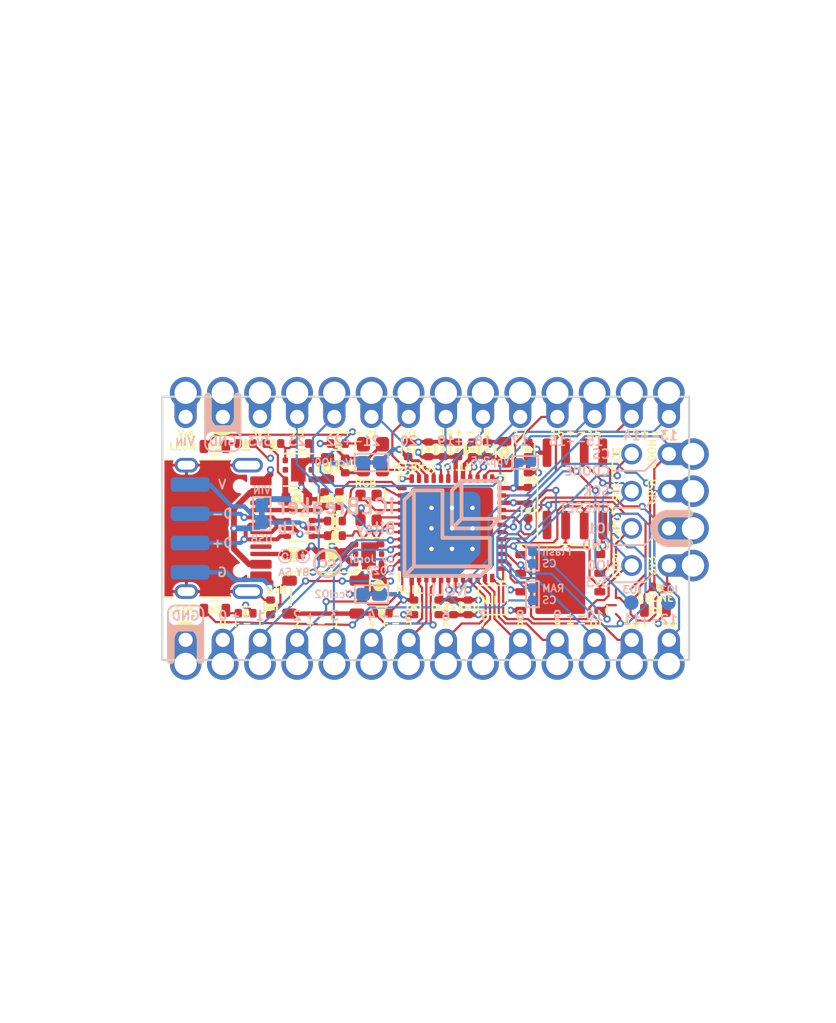
<source format=kicad_pcb>
(kicad_pcb (version 20201116) (generator pcbnew)
  (title_block (title "iCEBreaker Bitsy") (date "2020-10-19") (rev "v1.1b") (company "1BitSquared") (comment 1 "© 2018-2020 1BitSquared <info@1bitsquared.com>") (comment 2 "© 2018-2020 Piotr Esden-Tempski <piotr@esden.net>") (comment 3 "© 2020 Jordi Pakey-Rodriguez <jordi@1bitsquared.com>") (comment 4 "License: CC BY-SA 4.0"))
  (layers (0 "F.Cu" signal) (1 "In1.Cu" signal) (2 "In2.Cu" signal) (31 "B.Cu" signal) (34 "B.Paste" user) (35 "F.Paste" user) (36 "B.SilkS" user "B.Silkscreen") (37 "F.SilkS" user "F.Silkscreen") (38 "B.Mask" user) (39 "F.Mask" user) (44 "Edge.Cuts" user))
  (net 0 "")
  (net 1 "+3V3")
  (net 2 "+1V2")
  (net 3 "GND")
  (net 4 "/CLK")
  (net 5 "/USB-")
  (net 6 "/USB+")
  (net 7 "/USB_DET")
  (net 8 "/VCCIO_2")
  (net 9 "/SBU2")
  (net 10 "/CC1")
  (net 11 "/SBU1")
  (net 12 "/CC2")
  (net 13 "/SHIELD")
  (net 14 "VIN")
  (net 15 "VBUS")
  (net 16 "/xD+")
  (net 17 "/xD-")
  (net 18 "/iD+")
  (net 19 "/iD-")
  (net 20 "/CLK_EN")
  (net 21 "/3V3_EN")
  (net 22 "/VCCPLL")
  (net 23 "/VPP_2V5")
  (net 24 "/~RGB0")
  (net 25 "/~RGB1")
  (net 26 "/~RGB2")
  (net 27 "Net-(D1-PadA)")
  (net 28 "Net-(D2-PadA)")
  (net 29 "/VCCIO_0")
  (net 30 "/IOB_0a")
  (net 31 "/IOB_2a")
  (net 32 "/IOB_3b_G6")
  (net 33 "/IOB_4a")
  (net 34 "/IOB_5b")
  (net 35 "/IOB_DP2+")
  (net 36 "/IOB_DP2-")
  (net 37 "/IOT_37a")
  (net 38 "/IOT_38b")
  (net 39 "/IOT_39a")
  (net 40 "/IOT_41a")
  (net 41 "/IOT_42b")
  (net 42 "/IOT_43a")
  (net 43 "/IOT_44b")
  (net 44 "/IOT_48b")
  (net 45 "/IOB_16a")
  (net 46 "/IOB_23b")
  (net 47 "/IOB_25b_G3")
  (net 48 "/IOB_22a")
  (net 49 "/IOB_20a")
  (net 50 "/IOB_18a")
  (net 51 "/IOT_36b-~LEDR")
  (net 52 "/IOB_13b-~LEDG")
  (net 53 "/CDONE")
  (net 54 "/IOB_24a")
  (net 55 "/IOT_49a")
  (net 56 "/SPI_~CS")
  (net 57 "/SPI_SCK")
  (net 58 "/SPI_MISO-IO1")
  (net 59 "/SPI_MOSI-IO0")
  (net 60 "/SPI_~HLD~-IO3")
  (net 61 "/SPI_~WP~-IO2")
  (net 62 "/RAM_~CS")
  (net 63 "/FLASH_~CS")
  (net 64 "/~CRESET")
  (net 65 "/~BTN")
  (footprint "pkl_logos:null_Logo_SilkS_2mm" (layer "F.Cu") (at 54.6 54.9)
    (fp_text reference "REF**" hide)
    (fp_text value "null_Logo_SilkS_2mm" hide)
  )
  (footprint "pkl_pin_headers:Pin_Header_Straight_Round_1x01_Castellated" (layer "F.Cu") (at 36.14 57.62)
    (fp_text reference "P0" hide)
    (fp_text value "0" hide)
  )
  (footprint "pkl_pin_headers:Pin_Header_Straight_Round_1x01_Castellated" (layer "F.Cu") (at 66.62 50 90)
    (fp_text reference "P25" hide)
    (fp_text value "GND" hide)
  )
  (footprint "pkl_pin_headers:Pin_Header_Straight_Round_1x01_Castellated" (layer "F.Cu") (at 33.6 57.62)
    (fp_text reference "P24" hide)
    (fp_text value "GND" hide)
  )
  (footprint "pkl_pin_headers:Pin_Header_Straight_Round_1x01_Castellated" (layer "F.Cu") (at 66.62 52.54 90)
    (fp_text reference "P28" hide)
    (fp_text value "3V3" hide)
  )
  (footprint "pkl_pin_headers:Pin_Header_Straight_Round_1x01_Castellated" (layer "F.Cu") (at 38.68 42.38 180)
    (fp_text reference "P27" hide)
    (fp_text value "3V3" hide)
  )
  (footprint "pkl_pin_headers:Pin_Header_Straight_Round_1x01_Castellated" (layer "F.Cu") (at 38.68 57.62)
    (fp_text reference "P1" hide)
    (fp_text value "1" hide)
  )
  (footprint "pkl_pin_headers:Pin_Header_Straight_Round_1x01_Castellated" (layer "F.Cu") (at 36.14 42.38 180)
    (fp_text reference "P26" hide)
    (fp_text value "GND" hide)
  )
  (footprint "pkl_pin_headers:Pin_Header_Straight_Round_1x01_Castellated" (layer "F.Cu") (at 41.22 57.62)
    (fp_text reference "P2" hide)
    (fp_text value "2" hide)
  )
  (footprint "pkl_pin_headers:Pin_Header_Straight_Round_1x01_Castellated" (layer "F.Cu") (at 48.84 57.62)
    (fp_text reference "P5" hide)
    (fp_text value "5" hide)
  )
  (footprint "pkl_pin_headers:Pin_Header_Straight_Round_1x01_Castellated" (layer "F.Cu") (at 53.92 57.62)
    (fp_text reference "P7" hide)
    (fp_text value "7" hide)
  )
  (footprint "pkl_pin_headers:Pin_Header_Straight_Round_1x01_Castellated" (layer "F.Cu") (at 43.76 42.38 180)
    (fp_text reference "P22" hide)
    (fp_text value "22" hide)
  )
  (footprint "pkl_pin_headers:Pin_Header_Straight_Round_1x01_Castellated" (layer "F.Cu") (at 53.92 42.38 180)
    (fp_text reference "P18" hide)
    (fp_text value "18" hide)
  )
  (footprint "pkl_pin_headers:Pin_Header_Straight_Round_1x01_Castellated" (layer "F.Cu") (at 51.38 57.62)
    (fp_text reference "P6" hide)
    (fp_text value "6" hide)
  )
  (footprint "pkl_pin_headers:Pin_Header_Straight_Round_1x01_Castellated" (layer "F.Cu") (at 43.76 57.62)
    (fp_text reference "P3" hide)
    (fp_text value "3" hide)
  )
  (footprint "pkl_pin_headers:Pin_Header_Straight_Round_1x01_Castellated" (layer "F.Cu") (at 46.3 57.62)
    (fp_text reference "P4" hide)
    (fp_text value "4" hide)
  )
  (footprint "pkl_pin_headers:Pin_Header_Straight_Round_1x01_Castellated" (layer "F.Cu") (at 46.3 42.38 180)
    (fp_text reference "P21" hide)
    (fp_text value "21" hide)
  )
  (footprint "pkl_pin_headers:Pin_Header_Straight_Round_1x01_Castellated" (layer "F.Cu") (at 51.38 42.38 180)
    (fp_text reference "P19" hide)
    (fp_text value "19" hide)
  )
  (footprint "pkl_pin_headers:Pin_Header_Straight_Round_1x01_Castellated" (layer "F.Cu") (at 56.46 42.38 180)
    (fp_text reference "P17" hide)
    (fp_text value "17" hide)
  )
  (footprint "pkl_pin_headers:Pin_Header_Straight_Round_1x01_Castellated" (layer "F.Cu") (at 61.54 42.38 180)
    (fp_text reference "P15" hide)
    (fp_text value "15" hide)
  )
  (footprint "pkl_pin_headers:Pin_Header_Straight_Round_1x01_Castellated" (layer "F.Cu") (at 48.84 42.38 180)
    (fp_text reference "P20" hide)
    (fp_text value "20" hide)
  )
  (footprint "pkl_pin_headers:Pin_Header_Straight_Round_1x01_Castellated" (layer "F.Cu") (at 66.62 57.62)
    (fp_text reference "P12" hide)
    (fp_text value "12" hide)
  )
  (footprint "pkl_pin_headers:Pin_Header_Straight_Round_1x01_Castellated" (layer "F.Cu") (at 64.08 42.38 180)
    (fp_text reference "P14" hide)
    (fp_text value "14" hide)
  )
  (footprint "pkl_pin_headers:Pin_Header_Straight_Round_1x01_Castellated" (layer "F.Cu") (at 66.62 42.38 180)
    (fp_text reference "P13" hide)
    (fp_text value "13" hide)
  )
  (footprint "pkl_pin_headers:Pin_Header_Straight_Round_1x01_Castellated" (layer "F.Cu") (at 59 57.62)
    (fp_text reference "P9" hide)
    (fp_text value "9" hide)
  )
  (footprint "pkl_pin_headers:Pin_Header_Straight_Round_1x01_Castellated" (layer "F.Cu") (at 56.46 57.62)
    (fp_text reference "P8" hide)
    (fp_text value "8" hide)
  )
  (footprint "pkl_pin_headers:Pin_Header_Straight_Round_1x01_Castellated" (layer "F.Cu") (at 41.22 42.38 180)
    (fp_text reference "P23" hide)
    (fp_text value "23" hide)
  )
  (footprint "pkl_pin_headers:Pin_Header_Straight_Round_1x01_Castellated" (layer "F.Cu") (at 66.62 47.46 90)
    (fp_text reference "P31" hide)
    (fp_text value "CRESET" hide)
  )
  (footprint "pkl_pin_headers:Pin_Header_Straight_Round_1x01_Castellated" (layer "F.Cu") (at 66.62 44.92 90)
    (fp_text reference "P30" hide)
    (fp_text value "CDONE" hide)
  )
  (footprint "pkl_pin_headers:Pin_Header_Straight_Round_1x01_Castellated" (layer "F.Cu") (at 64.08 57.62)
    (fp_text reference "P11" hide)
    (fp_text value "11" hide)
  )
  (footprint "pkl_pin_headers:Pin_Header_Straight_Round_1x01_Castellated" (layer "F.Cu") (at 61.54 57.62)
    (fp_text reference "P10" hide)
    (fp_text value "10" hide)
  )
  (footprint "pkl_pin_headers:Pin_Header_Straight_Round_1x01_Castellated" (layer "F.Cu") (at 59 42.38 180)
    (fp_text reference "P16" hide)
    (fp_text value "16" hide)
  )
  (footprint "pkl_pin_headers:Pin_Header_Straight_Round_1x01" (layer "F.Cu") (at 64.08 47.46)
    (fp_text reference "P37" hide)
    (fp_text value "SCK" hide)
  )
  (footprint "pkl_pin_headers:Pin_Header_Straight_Round_1x01" (layer "F.Cu") (at 64.08 50)
    (fp_text reference "P38" hide)
    (fp_text value "MISO" hide)
  )
  (footprint "pkl_pin_headers:Pin_Header_Straight_Round_1x01" (layer "F.Cu") (at 64.08 52.54)
    (fp_text reference "P39" hide)
    (fp_text value "MOSI" hide)
  )
  (footprint "pkl_pin_headers:Pin_Header_Straight_Round_1x01" (layer "F.Cu") (at 64.08 44.92)
    (fp_text reference "P36" hide)
    (fp_text value "CS" hide)
  )
  (footprint "pkl_dipol:R_0402" (layer "F.Cu") (at 66 54)
    (fp_text reference "R13")
    (fp_text value "2k2" hide)
  )
  (footprint "pkl_housings_sot:SOT-666" (layer "F.Cu") (at 41.4 50)
    (fp_text reference "U1")
    (fp_text value "USBLC6-2" hide)
  )
  (footprint "pkl_dipol:C_0402" (layer "F.Cu") (at 57 44.6 -90)
    (fp_text reference "C7")
    (fp_text value "100n" hide)
  )
  (footprint "Package_SON:WSON-6-1EP_2x2mm_P0.65mm_EP1x1.6mm" (layer "F.Cu") (at 46.1 51.75 180)
    (fp_text reference "U3" hide)
    (fp_text value "TLV73312PDRV" hide)
  )
  (footprint "Package_SON:WSON-6-1EP_2x2mm_P0.65mm_EP1x1.6mm" (layer "F.Cu") (at 41.3 46 180)
    (fp_text reference "U2" hide)
    (fp_text value "TLV75533PDRV" hide)
  )
  (footprint "pkl_misc:Oscillator_SMD_SCTF_S2DXX-4Pin_2.5x2.0mm" (layer "F.Cu") (at 46.4 45.1 -90)
    (fp_text reference "X1" hide)
    (fp_text value "12MHz" hide)
  )
  (footprint "pkl_dipol:C_0402" (layer "F.Cu") (at 49.2 55.4 -90)
    (fp_text reference "C12")
    (fp_text value "100n" hide)
  )
  (footprint "pkl_dipol:C_0402" (layer "F.Cu") (at 57 48.8 -90)
    (fp_text reference "C11")
    (fp_text value "100n" hide)
  )
  (footprint "pkl_dipol:C_0402" (layer "F.Cu") (at 48.8 44.6 90)
    (fp_text reference "C10")
    (fp_text value "100n" hide)
  )
  (footprint "pkl_dipol:R_0402" (layer "F.Cu") (at 43.8 50.5 180)
    (fp_text reference "R5")
    (fp_text value "22E" hide)
  )
  (footprint "pkl_dipol:R_0402" (layer "F.Cu") (at 53.2 44.6 90)
    (fp_text reference "R14")
    (fp_text value "100E" hide)
  )
  (footprint "pkl_dipol:R_0402" (layer "F.Cu") (at 47 55.8)
    (fp_text reference "R10")
    (fp_text value "10k" hide)
  )
  (footprint "pkl_dipol:R_0402" (layer "F.Cu") (at 37.7 55.8)
    (fp_text reference "R12")
    (fp_text value "2k2" hide)
  )
  (footprint "pkl_dipol:R_0402" (layer "F.Cu") (at 37.7 44.2)
    (fp_text reference "R11")
    (fp_text value "2k2" hide)
  )
  (footprint "pkl_dipol:R_0402" (layer "F.Cu") (at 44 44.2)
    (fp_text reference "R8")
    (fp_text value "10k" hide)
  )
  (footprint "pkl_dipol:D_0603" (layer "F.Cu") (at 35.6 55.6)
    (fp_text reference "D2")
    (fp_text value "GRN" hide)
  )
  (footprint "Package_SON:WSON-8-1EP_6x5mm_P1.27mm_EP3.4x4.3mm" (layer "F.Cu") (at 59.2 53.7 180)
    (fp_text reference "U5" hide)
    (fp_text value "W25Q128JVxxM" hide)
  )
  (footprint "pkl_dipol:D_0603" (layer "F.Cu") (at 35.6 44.4)
    (fp_text reference "D1")
    (fp_text value "RED" hide)
  )
  (footprint "pkl_dipol:C_0603" (layer "F.Cu") (at 46.8 53.9 -90)
    (fp_text reference "C5")
    (fp_text value "4u7" hide)
  )
  (footprint "pkl_dipol:C_0603" (layer "F.Cu") (at 43.6 51.8 180)
    (fp_text reference "C4")
    (fp_text value "4u7" hide)
  )
  (footprint "pkl_dipol:C_0603" (layer "F.Cu") (at 41.2 48)
    (fp_text reference "C2")
    (fp_text value "4u7" hide)
  )
  (footprint "pkl_dipol:C_0603" (layer "F.Cu") (at 43.3 45.9 90)
    (fp_text reference "C3")
    (fp_text value "4u7" hide)
  )
  (footprint "pkl_dipol:C_0402" (layer "F.Cu") (at 52.2 44.6 90)
    (fp_text reference "C16")
    (fp_text value "10n" hide)
  )
  (footprint "pkl_dipol:C_0402" (layer "F.Cu") (at 54.2 44.6 90)
    (fp_text reference "C9")
    (fp_text value "100n" hide)
  )
  (footprint "pkl_dipol:C_0402" (layer "F.Cu") (at 51.2 44.6 90)
    (fp_text reference "C17")
    (fp_text value "100n" hide)
  )
  (footprint "pkl_dipol:C_0402" (layer "F.Cu") (at 44.5 45.7 -90)
    (fp_text reference "C6")
    (fp_text value "100n" hide)
  )
  (footprint "pkl_dipol:C_0402" (layer "F.Cu") (at 50.2 44.6 90)
    (fp_text reference "C18")
    (fp_text value "1u" hide)
  )
  (footprint "pkl_dipol:C_0402" (layer "F.Cu") (at 57 46.7 90)
    (fp_text reference "C8")
    (fp_text value "100n" hide)
  )
  (footprint "pkl_dipol:C_0402" (layer "F.Cu") (at 50.9 55.4 -90)
    (fp_text reference "C13")
    (fp_text value "10n" hide)
  )
  (footprint "pkl_dipol:C_0402" (layer "F.Cu") (at 51.9 55.4 -90)
    (fp_text reference "C14")
    (fp_text value "100n" hide)
  )
  (footprint "pkl_dipol:C_0402" (layer "F.Cu") (at 52.9 55.4 -90)
    (fp_text reference "C15")
    (fp_text value "1u" hide)
  )
  (footprint "pkl_dipol:R_0402" (layer "F.Cu") (at 39.6 44.2)
    (fp_text reference "R7")
    (fp_text value "10k" hide)
  )
  (footprint "pkl_dipol:C_0402" (layer "F.Cu") (at 41.5 44.2)
    (fp_text reference "C1")
    (fp_text value "1u" hide)
  )
  (footprint "pkl_dipol:R_0402" (layer "F.Cu") (at 43.8 49.5 180)
    (fp_text reference "R4")
    (fp_text value "22E" hide)
  )
  (footprint "pkl_dipol:R_0402" (layer "F.Cu") (at 44.1 48 -90)
    (fp_text reference "R6")
    (fp_text value "1k5" hide)
  )
  (footprint "pkl_buttons_switches:SW_SPST_3x4x2.5" (layer "F.Cu") (at 43 54.7)
    (fp_text reference "SW1")
    (fp_text value "TACT" hide)
  )
  (footprint "Package_SO:SOIC-8_3.9x4.9mm_P1.27mm" (layer "F.Cu") (at 60.2 47.3 90)
    (fp_text reference "U4" hide)
    (fp_text value "LY68L6400" hide)
  )
  (footprint "pkl_dipol:R_0402" (layer "F.Cu") (at 43.1 48 -90)
    (fp_text reference "R2")
    (fp_text value "5k1" hide)
  )
  (footprint "pkl_dipol:R_0402" (layer "F.Cu") (at 41 51.8 180)
    (fp_text reference "R3")
    (fp_text value "5k1" hide)
  )
  (footprint "pkl_housings_dfn_qfn:QFN-48-1EP_7x7mm_Pitch0.5mm" (layer "F.Cu") (at 51.8 50 90)
    (fp_text reference "U6")
    (fp_text value "ICE40UP5K-SG48" hide)
  )
  (footprint "pkl_led:LED_TRI_2020" (layer "F.Cu") (at 46.1 48.6 -90)
    (fp_text reference "D4")
    (fp_text value "FM-B2020RGBA-HG" hide)
  )
  (footprint "pkl_dipol:D_0603" (layer "F.Cu") (at 65.7 55.6 180)
    (fp_text reference "D3")
    (fp_text value "BLU" hide)
  )
  (footprint "pkl_dipol:C_0603" (layer "F.Cu") (at 55.4 44.8 90)
    (fp_text reference "C19")
    (fp_text value "10u" hide)
  )
  (footprint "pkl_dipol:R_0402" (layer "F.Cu") (at 39.4 55.4 90)
    (fp_text reference "R1")
    (fp_text value "1M" hide)
  )
  (footprint "pkl_connectors:USB_C_Receptacle_HRO_TYPE-C-31-M-12" (layer "F.Cu") (at 34.7 50 -90)
    (fp_text reference "J1" hide)
    (fp_text value "USB_C" hide)
  )
  (footprint "pkl_pin_headers:Pin_Header_Straight_Round_1x01_Castellated" (layer "F.Cu") (at 33.6 42.38 180)
    (fp_text reference "P29" hide)
    (fp_text value "VIN" hide)
  )
  (footprint "pkl_logos:Symbol_CC_SilkScreen_2mm" (layer "B.Cu") (at 43.3 52.4 180)
    (fp_text reference "REF**" hide)
    (fp_text value "Symbol_CC_SilkScreen_2mm" hide)
  )
  (footprint "pkl_logos:Symbol_CC-SA_SilkScreen_1mm" (layer "B.Cu") (at 40.4 51.9 180)
    (fp_text reference "REF**" hide)
    (fp_text value "Symbol_CC-SA_SilkScreen_1mm" hide)
  )
  (footprint "pkl_logos:Symbol_CC-BY_SilkScreen_1mm" (layer "B.Cu") (at 41.6 51.9 180)
    (fp_text reference "REF**" hide)
    (fp_text value "Symbol_CC-BY_SilkScreen_1mm" hide)
  )
  (footprint "pkl_pads:PAD_SMD_R_1x1" (layer "B.Cu") (at 64.05 55.08)
    (fp_text reference "P40" hide)
    (fp_text value "IO3" hide)
  )
  (footprint "pkl_pads:PAD_SMD_R_1x1" (layer "B.Cu") (at 66.59 55.08)
    (fp_text reference "P41" hide)
    (fp_text value "IO2" hide)
  )
  (footprint "pkl_jumpers:J_NC_0402_15" (layer "B.Cu") (at 57.3 52 -90)
    (fp_text reference "JP3")
    (fp_text value "Jumper" hide)
  )
  (footprint "pkl_jumpers:J_NC_0603_30" (layer "B.Cu") (at 46.3 54.5 180)
    (fp_text reference "JP6")
    (fp_text value "Jumper" hide)
  )
  (footprint "pkl_jumpers:J_NC_0603_30" (layer "B.Cu") (at 46.3 45.5 180)
    (fp_text reference "JP5")
    (fp_text value "Jumper" hide)
  )
  (footprint "pkl_jumpers:J_NC_0402_15" (layer "B.Cu") (at 57.3 54.5 -90)
    (fp_text reference "JP2")
    (fp_text value "Jumper" hide)
  )
  (footprint "pkl_jumpers:J_NC_0402_30" (layer "B.Cu") (at 56.8 45.5 180)
    (fp_text reference "JP4")
    (fp_text value "Jumper" hide)
  )
  (footprint "pkl_pads:PAD_SMD_1x2.65_ROUNDED" (layer "B.Cu") (at 33.9 53)
    (fp_text reference "P35")
    (fp_text value "UP" hide)
  )
  (footprint "pkl_pads:PAD_SMD_1x2.65_ROUNDED" (layer "B.Cu") (at 33.9 51)
    (fp_text reference "P34")
    (fp_text value "UP" hide)
  )
  (footprint "pkl_pads:PAD_SMD_1x2.65_ROUNDED" (layer "B.Cu") (at 33.9 49)
    (fp_text reference "P33")
    (fp_text value "UP" hide)
  )
  (footprint "pkl_pads:PAD_SMD_1x2.65_ROUNDED" (layer "B.Cu") (at 33.9 47)
    (fp_text reference "P32")
    (fp_text value "UP" hide)
  )
  (footprint "pkl_logos:1b2_Logo_SilkS_6.5mm" (layer "B.Cu") (at 51.8 50 180)
    (fp_text reference "LOGO1")
    (fp_text value "1BitSquared")
  )
  (footprint "pkl_jumpers:J_NC_0603_40" (layer "B.Cu") (at 38.8 49 90)
    (fp_text reference "JP1")
    (fp_text value "Jumper" hide)
  )
  (gr_line (start 32.3935 56.858) (end 32.3935 55.7785) (layer "B.SilkS") (width 0.127))
  (gr_line (start 32.9015 55.2705) (end 34.2985 55.2705) (layer "B.SilkS") (width 0.127))
  (gr_line (start 34.8065 55.7785) (end 34.8065 56.858) (layer "B.SilkS") (width 0.127))
  (gr_line (start 34.9335 44.2215) (end 34.9335 43.142) (layer "B.SilkS") (width 0.127))
  (gr_line (start 36.8385 44.7295) (end 35.4415 44.7295) (layer "B.SilkS") (width 0.127))
  (gr_line (start 37.3465 43.142) (end 37.3465 44.2215) (layer "B.SilkS") (width 0.127))
  (gr_arc (start 35.4415 44.2215) (end 34.9335 44.2215) (angle -90) (layer "B.SilkS") (width 0.127))
  (gr_arc (start 36.8385 44.2215) (end 36.8385 44.7295) (angle -90) (layer "B.SilkS") (width 0.127))
  (gr_arc (start 34.2985 55.7785) (end 34.8065 55.7785) (angle -90) (layer "B.SilkS") (width 0.127))
  (gr_arc (start 32.9015 55.7785) (end 32.9015 55.2705) (angle -90) (layer "B.SilkS") (width 0.127))
  (gr_line (start 34.2985 56.6675) (end 32.9015 56.6675) (layer "B.SilkS") (width 0.127))
  (gr_arc (start 32.9015 56.1595) (end 32.3935 56.1595) (angle -90) (layer "B.SilkS") (width 0.127))
  (gr_arc (start 34.2985 56.1595) (end 34.2985 56.6675) (angle -90) (layer "B.SilkS") (width 0.127))
  (gr_line (start 35.4415 43.3325) (end 36.8385 43.3325) (layer "B.SilkS") (width 0.127))
  (gr_arc (start 36.8385 43.8405) (end 37.3465 43.8405) (angle -90) (layer "B.SilkS") (width 0.127))
  (gr_arc (start 35.4415 43.8405) (end 35.4415 43.3325) (angle -90) (layer "B.SilkS") (width 0.127))
  (gr_line (start 35.0605 43.396) (end 34.997 43.4595) (layer "B.SilkS") (width 0.254))
  (gr_line (start 37.283 43.4595) (end 37.2195 43.396) (layer "B.SilkS") (width 0.254))
  (gr_line (start 35.124 40.983) (end 35.124 43.142) (layer "B.SilkS") (width 0.508))
  (gr_line (start 37.156 40.983) (end 37.156 43.142) (layer "B.SilkS") (width 0.508))
  (gr_arc (start 36.14 42.38) (end 35.124 42.38) (angle -45) (layer "B.SilkS") (width 0.508))
  (gr_arc (start 36.14 42.38) (end 37.156 42.38) (angle 45) (layer "B.SilkS") (width 0.508))
  (gr_line (start 35.632 43.142) (end 36.648 43.142) (layer "B.SilkS") (width 0.381))
  (gr_line (start 32.584 59.017) (end 32.584 56.858) (layer "B.SilkS") (width 0.508))
  (gr_line (start 34.616 59.017) (end 34.616 56.858) (layer "B.SilkS") (width 0.508))
  (gr_arc (start 33.6 57.62) (end 32.584 57.62) (angle 45) (layer "B.SilkS") (width 0.508))
  (gr_line (start 34.108 56.858) (end 33.092 56.858) (layer "B.SilkS") (width 0.381))
  (gr_arc (start 33.6 57.62) (end 34.616 57.62) (angle -45) (layer "B.SilkS") (width 0.508))
  (gr_line (start 32.457 56.5405) (end 32.5205 56.604) (layer "B.SilkS") (width 0.254))
  (gr_line (start 34.6795 56.604) (end 34.743 56.5405) (layer "B.SilkS") (width 0.254))
  (gr_line (start 62.81 48.603) (end 64.969 48.603) (layer "B.SilkS") (width 0.12))
  (gr_line (start 64.969 48.603) (end 65.731 47.841) (layer "B.SilkS") (width 0.12))
  (gr_line (start 62.81 46.063) (end 64.969 46.063) (layer "B.SilkS") (width 0.12))
  (gr_line (start 64.969 46.063) (end 65.731 45.301) (layer "B.SilkS") (width 0.12))
  (gr_line (start 62.81 53.683) (end 64.969 53.683) (layer "B.SilkS") (width 0.12))
  (gr_line (start 64.969 53.683) (end 65.731 52.921) (layer "B.SilkS") (width 0.12))
  (gr_line (start 68.017 51.016) (end 66.5565 51.016) (layer "B.SilkS") (width 0.508))
  (gr_arc (start 66.62 50) (end 66.62 51.016) (angle 180) (layer "B.SilkS") (width 0.508))
  (gr_line (start 68.017 48.984) (end 66.62 48.984) (layer "B.SilkS") (width 0.508))
  (gr_line (start 64.969 51.143) (end 65.731 50.381) (layer "B.SilkS") (width 0.12))
  (gr_line (start 62.81 51.143) (end 64.969 51.143) (layer "B.SilkS") (width 0.12))
  (gr_line (start 62.81 52.54) (end 63.191 52.54) (layer "B.SilkS") (width 0.12))
  (gr_line (start 62.81 50) (end 63.191 50) (layer "B.SilkS") (width 0.12))
  (gr_line (start 62.81 47.46) (end 63.191 47.46) (layer "B.SilkS") (width 0.12))
  (gr_line (start 62.81 44.92) (end 63.191 44.92) (layer "B.SilkS") (width 0.12))
  (gr_line (start 37.156 40.983) (end 37.156 42.38) (layer "F.SilkS") (width 0.508))
  (gr_arc (start 36.14 42.38) (end 35.124 42.38) (angle -180) (layer "F.SilkS") (width 0.508))
  (gr_line (start 35.124 40.983) (end 35.124 42.4435) (layer "F.SilkS") (width 0.508))
  (gr_line (start 34.616 59.017) (end 34.616 57.5565) (layer "F.SilkS") (width 0.508))
  (gr_arc (start 33.6 57.62) (end 34.616 57.62) (angle -180) (layer "F.SilkS") (width 0.508))
  (gr_line (start 32.584 59.017) (end 32.584 57.62) (layer "F.SilkS") (width 0.508))
  (gr_line (start 68.017 48.984) (end 66.5565 48.984) (layer "F.SilkS") (width 0.508))
  (gr_arc (start 66.62 50) (end 66.62 48.984) (angle -180) (layer "F.SilkS") (width 0.508))
  (gr_line (start 68.017 51.016) (end 66.62 51.016) (layer "F.SilkS") (width 0.508))
  (gr_line (start 32 41) (end 68 41) (layer "Edge.Cuts") (width 0.15))
  (gr_line (start 68 41) (end 68 59) (layer "Edge.Cuts") (width 0.15))
  (gr_line (start 68 59) (end 32 59) (layer "Edge.Cuts") (width 0.15))
  (gr_line (start 32 59) (end 32 41) (layer "Edge.Cuts") (width 0.15))
  (gr_text "iCEBreaker" (at 43.9 48.5) (layer "B.SilkS") (effects (font (size 1 1) (thickness 0.2)) (justify mirror)))
  (gr_text "v1.1b" (at 41.4 50) (layer "B.SilkS") (effects (font (size 0.75 0.75)) (justify mirror)))
  (gr_text "Bitsy" (at 46.6 50) (layer "B.SilkS") (effects (font (size 0.75 0.75)) (justify mirror)))
  (gr_text "BY" (at 41.6 53) (layer "B.SilkS") (effects (font (size 0.5 0.5) (thickness 0.1)) (justify mirror)))
  (gr_text "GND" (at 33.6 55.969) (layer "B.SilkS") (effects (font (size 0.625 0.625) (thickness 0.125)) (justify mirror)))
  (gr_text "1" (at 38.68 55.969) (layer "B.SilkS") (effects (font (size 0.625 0.625) (thickness 0.125)) (justify mirror)))
  (gr_text "2" (at 41.22 55.969) (layer "B.SilkS") (effects (font (size 0.625 0.625) (thickness 0.125)) (justify mirror)))
  (gr_text "3" (at 43.76 55.969) (layer "B.SilkS") (effects (font (size 0.625 0.625) (thickness 0.125)) (justify mirror)))
  (gr_text "4" (at 46.3 55.969) (layer "B.SilkS") (effects (font (size 0.625 0.625) (thickness 0.125)) (justify mirror)))
  (gr_text "6" (at 51.38 55.969) (layer "B.SilkS") (effects (font (size 0.625 0.625) (thickness 0.125)) (justify mirror)))
  (gr_text "7" (at 53.92 55.969) (layer "B.SilkS") (effects (font (size 0.625 0.625) (thickness 0.125)) (justify mirror)))
  (gr_text "8" (at 56.46 55.969) (layer "B.SilkS") (effects (font (size 0.625 0.625) (thickness 0.125)) (justify mirror)))
  (gr_text "GND" (at 36.14 44.031) (layer "B.SilkS") (effects (font (size 0.625 0.625) (thickness 0.125)) (justify mirror)))
  (gr_text "5" (at 48.84 55.969) (layer "B.SilkS") (effects (font (size 0.625 0.625) (thickness 0.125)) (justify mirror)))
  (gr_text "NULL" (at 51.5 54.2) (layer "B.SilkS") (effects (font (size 0.75 0.75)) (justify mirror)))
  (gr_text "RAM\nCS" (at 57.9 54.5) (layer "B.SilkS") (effects (font (size 0.5 0.5) (thickness 0.1)) (justify right mirror)))
  (gr_text "9" (at 59 55.969) (layer "B.SilkS") (effects (font (size 0.625 0.625) (thickness 0.125)) (justify mirror)))
  (gr_text "10" (at 61.54 55.969) (layer "B.SilkS") (effects (font (size 0.625 0.625) (thickness 0.125)) (justify mirror)))
  (gr_text "11" (at 64.08 56.223) (layer "B.SilkS") (effects (font (size 0.625 0.625) (thickness 0.125)) (justify mirror)))
  (gr_text "12" (at 66.62 56.223) (layer "B.SilkS") (effects (font (size 0.625 0.625) (thickness 0.125)) (justify mirror)))
  (gr_text "0" (at 36.14 55.969) (layer "B.SilkS") (effects (font (size 0.625 0.625) (thickness 0.125)) (justify mirror)))
  (gr_text "13" (at 66.62 43.65) (layer "B.SilkS") (effects (font (size 0.625 0.625) (thickness 0.125)) (justify mirror)))
  (gr_text "14" (at 64.08 43.65) (layer "B.SilkS") (effects (font (size 0.625 0.625) (thickness 0.125)) (justify mirror)))
  (gr_text "15" (at 61.54 44.031) (layer "B.SilkS") (effects (font (size 0.625 0.625) (thickness 0.125)) (justify mirror)))
  (gr_text "16" (at 59 44.031) (layer "B.SilkS") (effects (font (size 0.625 0.625) (thickness 0.125)) (justify mirror)))
  (gr_text "17" (at 56.46 44.031) (layer "B.SilkS") (effects (font (size 0.625 0.625) (thickness 0.125)) (justify mirror)))
  (gr_text "18" (at 53.92 44.031) (layer "B.SilkS") (effects (font (size 0.625 0.625) (thickness 0.125)) (justify mirror)))
  (gr_text "19" (at 51.38 44.031) (layer "B.SilkS") (effects (font (size 0.625 0.625) (thickness 0.125)) (justify mirror)))
  (gr_text "20" (at 48.84 44.031) (layer "B.SilkS") (effects (font (size 0.625 0.625) (thickness 0.125)) (justify mirror)))
  (gr_text "21" (at 46.3 44.031) (layer "B.SilkS") (effects (font (size 0.625 0.625) (thickness 0.125)) (justify mirror)))
  (gr_text "22" (at 43.76 44.031) (layer "B.SilkS") (effects (font (size 0.625 0.625) (thickness 0.125)) (justify mirror)))
  (gr_text "3v3" (at 38.68 44.031) (layer "B.SilkS") (effects (font (size 0.625 0.625) (thickness 0.125)) (justify mirror)))
  (gr_text "23" (at 41.22 44.031) (layer "B.SilkS") (effects (font (size 0.625 0.625) (thickness 0.125)) (justify mirror)))
  (gr_text "V" (at 36.1 47) (layer "B.SilkS") (effects (font (size 0.625 0.625) (thickness 0.125)) (justify mirror)))
  (gr_text "D-" (at 36.1 49) (layer "B.SilkS") (effects (font (size 0.625 0.625) (thickness 0.125)) (justify mirror)))
  (gr_text "D+" (at 36.1 51) (layer "B.SilkS") (effects (font (size 0.625 0.625) (thickness 0.125)) (justify mirror)))
  (gr_text "G" (at 36.1 53) (layer "B.SilkS") (effects (font (size 0.625 0.625) (thickness 0.125)) (justify mirror)))
  (gr_text "Vpp2v5" (at 55.8 45.4) (layer "B.SilkS") (effects (font (size 0.5 0.5) (thickness 0.1)) (justify left mirror)))
  (gr_text "USB" (at 38.8 50.7) (layer "B.SilkS") (effects (font (size 0.5 0.5) (thickness 0.1)) (justify mirror)))
  (gr_text "VccIO0" (at 45 45.5) (layer "B.SilkS") (effects (font (size 0.5 0.5) (thickness 0.1)) (justify left mirror)))
  (gr_text "VccIO2" (at 45 54.5) (layer "B.SilkS") (effects (font (size 0.5 0.5) (thickness 0.1)) (justify left mirror)))
  (gr_text "Flash\nCS" (at 57.9 52) (layer "B.SilkS") (effects (font (size 0.5 0.5) (thickness 0.1)) (justify right mirror)))
  (gr_text "SA" (at 40.4 53) (layer "B.SilkS") (effects (font (size 0.5 0.5) (thickness 0.1)) (justify mirror)))
  (gr_text "VIN" (at 38.8 47.4) (layer "B.SilkS") (effects (font (size 0.5 0.5) (thickness 0.1)) (justify mirror)))
  (gr_text "+" (at 37.029 55.969) (layer "B.SilkS") (effects (font (size 0.5 0.5) (thickness 0.1)) (justify mirror)))
  (gr_text "-" (at 37.791 55.969) (layer "B.SilkS") (effects (font (size 0.5 0.5) (thickness 0.1)) (justify mirror)))
  (gr_text "+" (at 47.189 55.969) (layer "B.SilkS") (effects (font (size 0.5 0.5) (thickness 0.1)) (justify mirror)))
  (gr_text "-" (at 47.951 55.969) (layer "B.SilkS") (effects (font (size 0.5 0.5) (thickness 0.1)) (justify mirror)))
  (gr_text "-" (at 42.871 55.969) (layer "B.SilkS") (effects (font (size 0.5 0.5) (thickness 0.1)) (justify mirror)))
  (gr_text "+" (at 42.109 55.969) (layer "B.SilkS") (effects (font (size 0.5 0.5) (thickness 0.1)) (justify mirror)))
  (gr_text "+" (at 52.269 44.031) (layer "B.SilkS") (effects (font (size 0.5 0.5) (thickness 0.1)) (justify mirror)))
  (gr_text "-" (at 53.031 44.031) (layer "B.SilkS") (effects (font (size 0.5 0.5) (thickness 0.1)) (justify mirror)))
  (gr_text "+" (at 44.649 44.031) (layer "B.SilkS") (effects (font (size 0.5 0.5) (thickness 0.1)) (justify mirror)))
  (gr_text "-" (at 45.411 44.031) (layer "B.SilkS") (effects (font (size 0.5 0.5) (thickness 0.1)) (justify mirror)))
  (gr_text "+" (at 59.889 44.031) (layer "B.SilkS") (effects (font (size 0.5 0.5) (thickness 0.1)) (justify mirror)))
  (gr_text "-" (at 60.651 44.031) (layer "B.SilkS") (effects (font (size 0.5 0.5) (thickness 0.1)) (justify mirror)))
  (gr_text "+" (at 64.969 43.65) (layer "B.SilkS") (effects (font (size 0.5 0.5) (thickness 0.1)) (justify mirror)))
  (gr_text "-" (at 65.731 43.65) (layer "B.SilkS") (effects (font (size 0.5 0.5) (thickness 0.1)) (justify mirror)))
  (gr_text "+" (at 59.889 55.969) (layer "B.SilkS") (effects (font (size 0.5 0.5) (thickness 0.1)) (justify mirror)))
  (gr_text "-" (at 60.651 55.969) (layer "B.SilkS") (effects (font (size 0.5 0.5) (thickness 0.1)) (justify mirror)))
  (gr_text "+" (at 64.969 56.223) (layer "B.SilkS") (effects (font (size 0.5 0.5) (thickness 0.1)) (justify mirror)))
  (gr_text "-" (at 65.731 56.223) (layer "B.SilkS") (effects (font (size 0.5 0.5) (thickness 0.1)) (justify mirror)))
  (gr_text "IO2" (at 66.62 54.191) (layer "B.SilkS") (effects (font (size 0.5 0.5) (thickness 0.1)) (justify mirror)))
  (gr_text "IO3" (at 64.08 54.191) (layer "B.SilkS") (effects (font (size 0.5 0.5) (thickness 0.1)) (justify mirror)))
  (gr_text "CDONE" (at 62.683 46.063) (layer "B.SilkS") (effects (font (size 0.625 0.625) (thickness 0.125)) (justify left mirror)))
  (gr_text "3v3" (at 62.683 53.683) (layer "B.SilkS") (effects (font (size 0.625 0.625) (thickness 0.125)) (justify left mirror)))
  (gr_text "CRESET" (at 62.683 48.603) (layer "B.SilkS") (effects (font (size 0.625 0.625) (thickness 0.125)) (justify left mirror)))
  (gr_text "GND" (at 62.683 51.143) (layer "B.SilkS") (effects (font (size 0.625 0.625) (thickness 0.125)) (justify left mirror)))
  (gr_text "IO0" (at 62.683 52.54) (layer "B.SilkS") (effects (font (size 0.625 0.625) (thickness 0.125)) (justify left mirror)))
  (gr_text "IO1" (at 62.683 50) (layer "B.SilkS") (effects (font (size 0.625 0.625) (thickness 0.125)) (justify left mirror)))
  (gr_text "CS" (at 62.683 44.92) (layer "B.SilkS") (effects (font (size 0.625 0.625) (thickness 0.125)) (justify left mirror)))
  (gr_text "SCK" (at 62.683 47.46) (layer "B.SilkS") (effects (font (size 0.625 0.625) (thickness 0.125)) (justify left mirror)))
  (gr_text "V" (at 33.981 44.031) (layer "B.SilkS") (effects (font (size 0.625 0.625) (thickness 0.125)) (justify mirror)))
  (gr_text "IN" (at 33.2952 44.1072) (layer "B.SilkS") (effects (font (size 0.5 0.5) (thickness 0.1)) (justify mirror)))
  (gr_text "by Jordi\n2020" (at 47.9 52.5) (layer "B.SilkS") (effects (font (size 0.5 0.5) (thickness 0.1)) (justify left mirror)))
  (gr_text "+" (at 37.029 56.477) (layer "F.SilkS") (effects (font (size 0.5 0.5) (thickness 0.1))))
  (gr_text "-" (at 37.791 56.477) (layer "F.SilkS") (effects (font (size 0.5 0.5) (thickness 0.1))))
  (gr_text "+" (at 59.889 43.396) (layer "F.SilkS") (effects (font (size 0.5 0.5) (thickness 0.1))))
  (gr_text "+" (at 52.269 43.396) (layer "F.SilkS") (effects (font (size 0.5 0.5) (thickness 0.1))))
  (gr_text "+" (at 59.889 56.477) (layer "F.SilkS") (effects (font (size 0.5 0.5) (thickness 0.1))))
  (gr_text "+" (at 42.109 56.477) (layer "F.SilkS") (effects (font (size 0.5 0.5) (thickness 0.1))))
  (gr_text "+" (at 64.969 56.477) (layer "F.SilkS") (effects (font (size 0.5 0.5) (thickness 0.1))))
  (gr_text "+" (at 47.189 56.477) (layer "F.SilkS") (effects (font (size 0.5 0.5) (thickness 0.1))))
  (gr_text "+" (at 64.969 43.396) (layer "F.SilkS") (effects (font (size 0.5 0.5) (thickness 0.1))))
  (gr_text "+" (at 44.649 43.396) (layer "F.SilkS") (effects (font (size 0.5 0.5) (thickness 0.1))))
  (gr_text "-" (at 65.731 43.396) (layer "F.SilkS") (effects (font (size 0.5 0.5) (thickness 0.1))))
  (gr_text "-" (at 42.871 56.477) (layer "F.SilkS") (effects (font (size 0.5 0.5) (thickness 0.1))))
  (gr_text "-" (at 45.411 43.396) (layer "F.SilkS") (effects (font (size 0.5 0.5) (thickness 0.1))))
  (gr_text "-" (at 65.731 56.477) (layer "F.SilkS") (effects (font (size 0.5 0.5) (thickness 0.1))))
  (gr_text "-" (at 47.951 56.477) (layer "F.SilkS") (effects (font (size 0.5 0.5) (thickness 0.1))))
  (gr_text "-" (at 53.031 43.396) (layer "F.SilkS") (effects (font (size 0.5 0.5) (thickness 0.1))))
  (gr_text "-" (at 60.651 43.396) (layer "F.SilkS") (effects (font (size 0.5 0.5) (thickness 0.1))))
  (gr_text "-" (at 60.651 56.477) (layer "F.SilkS") (effects (font (size 0.5 0.5) (thickness 0.1))))
  (gr_text "17" (at 56.46 43.523) (layer "F.SilkS") (effects (font (size 0.5 0.5) (thickness 0.1))))
  (gr_text "16" (at 59 43.523) (layer "F.SilkS") (effects (font (size 0.5 0.5) (thickness 0.1))))
  (gr_text "15" (at 61.54 43.523) (layer "F.SilkS") (effects (font (size 0.5 0.5) (thickness 0.1))))
  (gr_text "10" (at 61.54 56.477) (layer "F.SilkS") (effects (font (size 0.5 0.5) (thickness 0.1))))
  (gr_text "14" (at 64.08 43.523) (layer "F.SilkS") (effects (font (size 0.5 0.5) (thickness 0.1))))
  (gr_text "13" (at 66.62 43.523) (layer "F.SilkS") (effects (font (size 0.5 0.5) (thickness 0.1))))
  (gr_text "7" (at 53.92 56.477) (layer "F.SilkS") (effects (font (size 0.5 0.5) (thickness 0.1))))
  (gr_text "6" (at 51.38 56.477) (layer "F.SilkS") (effects (font (size 0.5 0.5) (thickness 0.1))))
  (gr_text "8" (at 56.46 56.477) (layer "F.SilkS") (effects (font (size 0.5 0.5) (thickness 0.1))))
  (gr_text "11" (at 64.08 56.477) (layer "F.SilkS") (effects (font (size 0.5 0.5) (thickness 0.1))))
  (gr_text "9" (at 59 56.477) (layer "F.SilkS") (effects (font (size 0.5 0.5) (thickness 0.1))))
  (gr_text "4" (at 46.3 56.477) (layer "F.SilkS") (effects (font (size 0.5 0.5) (thickness 0.1))))
  (gr_text "5" (at 48.84 56.477) (layer "F.SilkS") (effects (font (size 0.5 0.5) (thickness 0.1))))
  (gr_text "3" (at 43.76 56.477) (layer "F.SilkS") (effects (font (size 0.5 0.5) (thickness 0.1))))
  (gr_text "2" (at 41.22 56.477) (layer "F.SilkS") (effects (font (size 0.5 0.5) (thickness 0.1))))
  (gr_text "0" (at 36.14 56.477) (layer "F.SilkS") (effects (font (size 0.5 0.5) (thickness 0.1))))
  (gr_text "1" (at 38.68 56.477) (layer "F.SilkS") (effects (font (size 0.5 0.5) (thickness 0.1))))
  (gr_text "COPI" (at 63.064 52.54 90) (layer "F.SilkS") (effects (font (size 0.5 0.5) (thickness 0.1))))
  (gr_text "CIPO" (at 63.064 50 90) (layer "F.SilkS") (effects (font (size 0.5 0.5) (thickness 0.1))))
  (gr_text "SCK" (at 63.064 47.46 90) (layer "F.SilkS") (effects (font (size 0.5 0.5) (thickness 0.1))))
  (gr_text "CRST" (at 65.477 47.46 90) (layer "F.SilkS") (effects (font (size 0.5 0.5) (thickness 0.1))))
  (gr_text "12" (at 66.62 56.477) (layer "F.SilkS") (effects (font (size 0.5 0.5) (thickness 0.1))))
  (gr_text "CDON" (at 65.477 44.92 90) (layer "F.SilkS") (effects (font (size 0.5 0.5) (thickness 0.1))))
  (gr_text "CS" (at 63.064 44.92 90) (layer "F.SilkS") (effects (font (size 0.5 0.5) (thickness 0.1))))
  (gr_text "CDONE" (at 65.7 54.75) (layer "F.SilkS") (effects (font (size 0.5 0.5) (thickness 0.1))))
  (gr_text "BTN" (at 39.8 54.2) (layer "F.SilkS") (effects (font (size 0.5 0.5) (thickness 0.1))))
  (gr_text "23" (at 41.22 43.523) (layer "F.SilkS") (effects (font (size 0.5 0.5) (thickness 0.1))))
  (gr_text "V" (at 33.2825 43.523) (layer "F.SilkS") (effects (font (size 0.5 0.5) (thickness 0.1))))
  (gr_text "20" (at 48.84 43.523) (layer "F.SilkS") (effects (font (size 0.5 0.5) (thickness 0.1))))
  (gr_text "22" (at 43.76 43.523) (layer "F.SilkS") (effects (font (size 0.5 0.5) (thickness 0.1))))
  (gr_text "3v3" (at 38.68 43.523) (layer "F.SilkS") (effects (font (size 0.5 0.5) (thickness 0.1))))
  (gr_text "18" (at 53.92 43.523) (layer "F.SilkS") (effects (font (size 0.5 0.5) (thickness 0.1))))
  (gr_text "19" (at 51.38 43.523) (layer "F.SilkS") (effects (font (size 0.5 0.5) (thickness 0.1))))
  (gr_text "21" (at 46.3 43.523) (layer "F.SilkS") (effects (font (size 0.5 0.5) (thickness 0.1))))
  (gr_text "RGB" (at 45.9 46.9) (layer "F.SilkS") (effects (font (size 0.5 0.5) (thickness 0.1))))
  (gr_text "LEDR" (at 34.4 44.4) (layer "F.SilkS") (effects (font (size 0.5 0.5) (thickness 0.1)) (justify right)))
  (gr_text "LEDG" (at 34.43 55.6) (layer "F.SilkS") (effects (font (size 0.5 0.5) (thickness 0.1)) (justify right)))
  (gr_text "NULL" (at 47.9 54.2) (layer "F.SilkS") (effects (font (size 0.5 0.5) (thickness 0.1)) (justify left)))
  (gr_text "iCEBitsy v1.1b" (at 47.7 45.8) (layer "F.SilkS") (effects (font (size 0.5 0.5) (thickness 0.1)) (justify left)))
  (gr_text "3v3" (at 65.477 52.54 90) (layer "F.SilkS") (effects (font (size 0.5 0.5) (thickness 0.1))))
  (gr_text "IN" (at 33.8159 43.5738) (layer "F.SilkS") (effects (font (size 0.4 0.4) (thickness 0.1))))
  (segment (start 66.5 54) (end 66.5 52.63) (width 0.15) (layer "F.Cu") (net 1))
  (segment (start 66.5 52.63) (end 66.59 52.54) (width 0.15) (layer "F.Cu") (net 1))
  (segment (start 65.7 55.9) (end 65.7 54.8) (width 0.15) (layer "F.Cu") (net 1))
  (segment (start 65.7 54.8) (end 66.5 54) (width 0.15) (layer "F.Cu") (net 1))
  (segment (start 65.3 56.3) (end 65.7 55.9) (width 0.15) (layer "F.Cu") (net 1))
  (segment (start 64.45 56.3) (end 65.3 56.3) (width 0.15) (layer "F.Cu") (net 1))
  (segment (start 64 55.85) (end 64.45 56.3) (width 0.15) (layer "F.Cu") (net 1))
  (segment (start 64 55.25) (end 64 55.85) (width 0.15) (layer "F.Cu") (net 1))
  (segment (start 63.25 54.75) (end 63.75 55.25) (width 0.15) (layer "F.Cu") (net 1))
  (segment (start 63.75 55.25) (end 64 55.25) (width 0.15) (layer "F.Cu") (net 1))
  (segment (start 63 54.75) (end 63.25 54.75) (width 0.15) (layer "F.Cu") (net 1))
  (segment (start 63 54.15) (end 63 54.75) (width 0.15) (layer "F.Cu") (net 1))
  (segment (start 55.805 55.605) (end 55.8 55.6) (width 0.3) (layer "F.Cu") (net 1))
  (segment (start 56.5 55.605) (end 55.805 55.605) (width 0.3) (layer "F.Cu") (net 1))
  (segment (start 56 48.25) (end 56.95 48.25) (width 0.3) (layer "F.Cu") (net 1))
  (segment (start 57 44.1) (end 57.1 44.1) (width 0.3) (layer "F.Cu") (net 1))
  (segment (start 38.2 55.8) (end 38.2 55.75) (width 0.15) (layer "F.Cu") (net 1))
  (segment (start 38.2 55.75) (end 37.7 55.25) (width 0.2) (layer "F.Cu") (net 1))
  (segment (start 42.1875 46.65) (end 43.3 46.65) (width 0.4) (layer "F.Cu") (net 1))
  (segment (start 43.3 46.65) (end 43.3 45.918922) (width 0.4) (layer "F.Cu") (net 1))
  (segment (start 43.3 45.918922) (end 43.305046 45.913876) (width 0.4) (layer "F.Cu") (net 1))
  (segment (start 46.1 45.2) (end 47.05 44.25) (width 0.2) (layer "F.Cu") (net 1))
  (segment (start 43.5 44.2) (end 42.8 44.2) (width 0.2) (layer "F.Cu") (net 1))
  (segment (start 39.2 45.2) (end 39.4 45.2) (width 0.15) (layer "F.Cu") (net 1))
  (segment (start 56.95 48.25) (end 57 48.3) (width 0.3) (layer "F.Cu") (net 1))
  (segment (start 55.2 48.25) (end 56 48.25) (width 0.3) (layer "F.Cu") (net 1))
  (segment (start 66.2 52.93) (end 66.59 52.54) (width 0.15) (layer "F.Cu") (net 1))
  (segment (start 38.2 44.2) (end 39.2 45.2) (width 0.15) (layer "F.Cu") (net 1))
  (segment (start 58.295 44.825) (end 57.825 44.825) (width 0.3) (layer "F.Cu") (net 1))
  (segment (start 57.825 44.825) (end 57.6 44.6) (width 0.3) (layer "F.Cu") (net 1))
  (segment (start 57.1 44.1) (end 57.6 44.6) (width 0.3) (layer "F.Cu") (net 1))
  (segment (start 44.5 45.2) (end 43.5 44.2) (width 0.2) (layer "F.Cu") (net 1))
  (segment (start 44.5 45.2) (end 46.1 45.2) (width 0.2) (layer "F.Cu") (net 1))
  (segment (start 45.55 48.65) (end 45.6 48.6) (width 0.5) (layer "F.Cu") (net 1))
  (segment (start 45.55 49.45) (end 45.55 48.65) (width 0.5) (layer "F.Cu") (net 1))
  (via (at 55.8 55.6) (size 0.5) (drill 0.25) (layers "F.Cu" "B.Cu") (net 1))
  (via (at 56 48.25) (size 0.5) (drill 0.25) (layers "F.Cu" "B.Cu") (net 1))
  (via (at 37.7 55.25) (size 0.5) (drill 0.25) (layers "F.Cu" "B.Cu") (net 1))
  (via (at 45.6 48.6) (size 0.5) (drill 0.25) (layers "F.Cu" "B.Cu") (net 1))
  (via (at 44.8 54.5) (size 0.5) (drill 0.25) (layers "F.Cu" "B.Cu") (net 1))
  (via (at 43.305046 45.913876) (size 0.5) (drill 0.25) (layers "F.Cu" "B.Cu") (net 1))
  (via (at 39.4 45.2) (size 0.5) (drill 0.25) (layers "F.Cu" "B.Cu") (net 1))
  (via (at 42.8 44.2) (size 0.5) (drill 0.25) (layers "F.Cu" "B.Cu") (net 1))
  (via (at 57.6 44.6) (size 0.5) (drill 0.25) (layers "F.Cu" "B.Cu") (net 1))
  (segment (start 57.4 44.8) (end 57.4 45.45001) (width 0.3) (layer "B.Cu") (net 1))
  (segment (start 57.6 44.6) (end 57.4 44.8) (width 0.3) (layer "B.Cu") (net 1))
  (segment (start 57.4 45.45001) (end 57.35001 45.5) (width 0.3) (layer "B.Cu") (net 1))
  (segment (start 45.725 54.5) (end 44.8 54.5) (width 0.3) (layer "B.Cu") (net 1))
  (segment (start 43.718922 45.5) (end 43.305046 45.913876) (width 0.3) (layer "B.Cu") (net 1))
  (segment (start 45.725 45.5) (end 43.718922 45.5) (width 0.3) (layer "B.Cu") (net 1))
  (segment (start 52.9 54.9) (end 53.6 54.9) (width 0.3) (layer "F.Cu") (net 2))
  (segment (start 52.05 45.25) (end 52.2 45.1) (width 0.3) (layer "F.Cu") (net 2))
  (segment (start 52.05 46.6) (end 52.05 45.25) (width 0.3) (layer "F.Cu") (net 2))
  (segment (start 47.25 53.6) (end 47.6 53.6) (width 0.4) (layer "F.Cu") (net 2))
  (segment (start 46.8 53.15) (end 47.25 53.6) (width 0.4) (layer "F.Cu") (net 2))
  (segment (start 49.8 45.1) (end 49.5 44.8) (width 0.3) (layer "F.Cu") (net 2))
  (segment (start 50.2 45.1) (end 49.8 45.1) (width 0.3) (layer "F.Cu") (net 2))
  (segment (start 53.2 44.1) (end 52.2 45.1) (width 0.3) (layer "F.Cu") (net 2))
  (segment (start 51.05 53.4) (end 51.05 54.75) (width 0.3) (layer "F.Cu") (net 2))
  (segment (start 51.05 54.75) (end 50.9 54.9) (width 0.3) (layer "F.Cu") (net 2))
  (segment (start 51.9 54.9) (end 52.9 54.9) (width 0.3) (layer "F.Cu") (net 2))
  (segment (start 50.9 54.9) (end 51.9 54.9) (width 0.3) (layer "F.Cu") (net 2))
  (segment (start 51.2 45.1) (end 50.2 45.1) (width 0.3) (layer "F.Cu") (net 2))
  (segment (start 52.2 45.1) (end 51.2 45.1) (width 0.3) (layer "F.Cu") (net 2))
  (segment (start 46.9875 52.9625) (end 46.8 53.15) (width 0.4) (layer "F.Cu") (net 2))
  (segment (start 46.9875 52.4) (end 46.9875 52.9625) (width 0.4) (layer "F.Cu") (net 2))
  (via (at 53.6 54.9) (size 0.5) (drill 0.25) (layers "F.Cu" "B.Cu") (net 2))
  (via (at 47.6 53.6) (size 0.5) (drill 0.25) (layers "F.Cu" "B.Cu") (net 2))
  (via (at 49.5 44.8) (size 0.5) (drill 0.25) (layers "F.Cu" "B.Cu") (net 2))
  (segment (start 41.5 51.8) (end 41.599992 51.8) (width 0.3) (layer "F.Cu") (net 3))
  (segment (start 42.85 51.8) (end 42.799992 51.8) (width 0.4) (layer "F.Cu") (net 3))
  (segment (start 42.799992 51.8) (end 42.199992 51.2) (width 0.4) (layer "F.Cu") (net 3))
  (segment (start 62.105 51.195) (end 62.105 51.59) (width 0.3) (layer "F.Cu") (net 3))
  (segment (start 62.105 51.59) (end 61.9 51.795) (width 0.3) (layer "F.Cu") (net 3))
  (segment (start 62.105 49.775) (end 62.105 51.195) (width 0.3) (layer "F.Cu") (net 3))
  (segment (start 57 46.2) (end 57.7 46.2) (width 0.3) (layer "F.Cu") (net 3))
  (segment (start 57 45.1) (end 57 46.2) (width 0.3) (layer "F.Cu") (net 3))
  (segment (start 57 49.3) (end 57 49.9) (width 0.3) (layer "F.Cu") (net 3))
  (segment (start 55.4 44.05) (end 55.4 44.8) (width 0.3) (layer "F.Cu") (net 3))
  (segment (start 55.35 44.1) (end 55.4 44.05) (width 0.3) (layer "F.Cu") (net 3))
  (segment (start 54.2 44.1) (end 55.35 44.1) (width 0.3) (layer "F.Cu") (net 3))
  (segment (start 52.9 55.9) (end 53.6 55.9) (width 0.3) (layer "F.Cu") (net 3))
  (segment (start 41.95 48) (end 42.6 48) (width 0.3) (layer "F.Cu") (net 3))
  (segment (start 42.6 48) (end 43.1 47.5) (width 0.3) (layer "F.Cu") (net 3))
  (segment (start 40.075 54) (end 40.7 53.375) (width 0.15) (layer "F.Cu") (net 3))
  (segment (start 39.4 54) (end 40.075 54) (width 0.15) (layer "F.Cu") (net 3))
  (segment (start 38.95 46.75) (end 39.4 46.3) (width 0.4) (layer "F.Cu") (net 3))
  (segment (start 38.745 46.75) (end 38.95 46.75) (width 0.4) (layer "F.Cu") (net 3))
  (segment (start 39.4 46.3) (end 39.4 46) (width 0.4) (layer "F.Cu") (net 3))
  (segment (start 38.95 53.25) (end 39.4 53.7) (width 0.4) (layer "F.Cu") (net 3))
  (segment (start 38.745 53.25) (end 38.95 53.25) (width 0.4) (layer "F.Cu") (net 3))
  (segment (start 39.4 53.7) (end 39.4 54) (width 0.4) (layer "F.Cu") (net 3))
  (segment (start 41.5 47.2) (end 41.95 47.65) (width 0.4) (layer "F.Cu") (net 3))
  (segment (start 41.95 47.65) (end 41.95 48) (width 0.4) (layer "F.Cu") (net 3))
  (segment (start 41.5 47.2) (end 41.5 46.2) (width 0.4) (layer "F.Cu") (net 3))
  (segment (start 41.5 46.2) (end 41.3 46) (width 0.4) (layer "F.Cu") (net 3))
  (segment (start 43.3 45.15) (end 43.45 45.15) (width 0.2) (layer "F.Cu") (net 3))
  (segment (start 43.45 45.15) (end 44.5 46.2) (width 0.2) (layer "F.Cu") (net 3))
  (segment (start 44.5 46.2) (end 45.5 46.2) (width 0.2) (layer "F.Cu") (net 3))
  (segment (start 45.5 46.2) (end 45.75 45.95) (width 0.2) (layer "F.Cu") (net 3))
  (segment (start 42.1875 45.35) (end 43.1 45.35) (width 0.4) (layer "F.Cu") (net 3))
  (segment (start 43.1 45.35) (end 43.3 45.15) (width 0.4) (layer "F.Cu") (net 3))
  (segment (start 49.2 55.9) (end 48.5 55.9) (width 0.3) (layer "F.Cu") (net 3))
  (segment (start 40.475 50) (end 41 50) (width 0.3) (layer "F.Cu") (net 3))
  (segment (start 41 50) (end 41.4 50.4) (width 0.3) (layer "F.Cu") (net 3))
  (segment (start 41.3 46) (end 41.95 45.35) (width 0.4) (layer "F.Cu") (net 3))
  (segment (start 41.95 45.35) (end 42.1875 45.35) (width 0.4) (layer "F.Cu") (net 3))
  (segment (start 42.1875 45.35) (end 42.1875 44.3875) (width 0.15) (layer "F.Cu") (net 3))
  (segment (start 42.1875 44.3875) (end 42 44.2) (width 0.15) (layer "F.Cu") (net 3))
  (segment (start 48.8 44.1) (end 49.5 44.1) (width 0.3) (layer "F.Cu") (net 3))
  (segment (start 50.2 44.1) (end 49.5 44.1) (width 0.3) (layer "F.Cu") (net 3))
  (segment (start 52.2 44.1) (end 51.2 44.1) (width 0.3) (layer "F.Cu") (net 3))
  (segment (start 51.2 44.1) (end 50.2 44.1) (width 0.3) (layer "F.Cu") (net 3))
  (segment (start 51.9 55.9) (end 52.9 55.9) (width 0.3) (layer "F.Cu") (net 3))
  (segment (start 50.9 55.9) (end 51.9 55.9) (width 0.3) (layer "F.Cu") (net 3))
  (segment (start 66.45 55.6) (end 66.45 55.75) (width 0.15) (layer "F.Cu") (net 3))
  (segment (start 66.45 55.75) (end 65.9 56.3) (width 0.15) (layer "F.Cu") (net 3))
  (segment (start 65.9 56.3) (end 65.9 56.5) (width 0.15) (layer "F.Cu") (net 3))
  (segment (start 41.599992 51.8) (end 42.199992 51.2) (width 0.3) (layer "F.Cu") (net 3))
  (segment (start 46.1 51.9) (end 46.1 51.889218) (width 0.5) (layer "F.Cu") (net 3))
  (segment (start 45.9 53) (end 45.9 53.75) (width 0.5) (layer "F.Cu") (net 3))
  (segment (start 45.9 51.95) (end 46.1 51.75) (width 0.5) (layer "F.Cu") (net 3))
  (segment (start 40.075 55.125) (end 40.075 54) (width 0.15) (layer "F.Cu") (net 3))
  (segment (start 46.9875 51.1) (end 46.75 51.1) (width 0.4) (layer "F.Cu") (net 3))
  (segment (start 46.1 51.9) (end 45.9 52.1) (width 0.5) (layer "F.Cu") (net 3))
  (segment (start 39.4 55.9) (end 39.4 55.8) (width 0.15) (layer "F.Cu") (net 3))
  (segment (start 45.325 53.575) (end 45.9 53) (width 0.5) (layer "F.Cu") (net 3))
  (segment (start 39.4 55.8) (end 40.075 55.125) (width 0.15) (layer "F.Cu") (net 3))
  (segment (start 45.9 53.75) (end 46.8 54.65) (width 0.5) (layer "F.Cu") (net 3))
  (segment (start 45.3 53.575) (end 45.325 53.575) (width 0.5) (layer "F.Cu") (net 3))
  (segment (start 45.9 53) (end 45.9 51.95) (width 0.5) (layer "F.Cu") (net 3))
  (segment (start 46.75 51.1) (end 46.1 51.75) (width 0.4) (layer "F.Cu") (net 3))
  (via (at 42.199992 51.2) (size 0.5) (drill 0.25) (layers "F.Cu" "B.Cu") (net 3))
  (via (at 62.105 51.195) (size 0.5) (drill 0.25) (layers "F.Cu" "B.Cu") (net 3))
  (via (at 57.7 46.2) (size 0.5) (drill 0.25) (layers "F.Cu" "B.Cu") (net 3))
  (via (at 57 49.9) (size 0.5) (drill 0.25) (layers "F.Cu" "B.Cu") (net 3))
  (via (at 55.4 44.8) (size 0.5) (drill 0.25) (layers "F.Cu" "B.Cu") (net 3))
  (via (at 53.6 55.9) (size 0.5) (drill 0.25) (layers "F.Cu" "B.Cu") (net 3))
  (via (at 39.4 54) (size 0.5) (drill 0.25) (layers "F.Cu" "B.Cu") (net 3))
  (via (at 41.5 47.2) (size 0.5) (drill 0.25) (layers "F.Cu" "B.Cu") (net 3))
  (via (at 45.9 53) (size 0.5) (drill 0.25) (layers "F.Cu" "B.Cu") (net 3))
  (via (at 48.5 55.9) (size 0.5) (drill 0.25) (layers "F.Cu" "B.Cu") (net 3))
  (via (at 41.4 50.4) (size 0.5) (drill 0.25) (layers "F.Cu" "B.Cu") (net 3))
  (via (at 39.4 46) (size 0.5) (drill 0.25) (layers "F.Cu" "B.Cu") (net 3))
  (via (at 49.5 44.1) (size 0.5) (drill 0.25) (layers "F.Cu" "B.Cu") (net 3))
  (via (at 65.9 56.5) (size 0.5) (drill 0.25) (layers "F.Cu" "B.Cu") (net 3))
  (segment (start 36.4 53) (end 36.91999 53.51999) (width 0.3) (layer "B.Cu") (net 3))
  (segment (start 36.91999 53.51999) (end 38.91999 53.51999) (width 0.3) (layer "B.Cu") (net 3))
  (segment (start 33.9 53) (end 36.4 53) (width 0.3) (layer "B.Cu") (net 3))
  (segment (start 38.91999 53.51999) (end 39.4 54) (width 0.3) (layer "B.Cu") (net 3))
  (segment (start 49.55 46.3) (end 49.25 46) (width 0.15) (layer "F.Cu") (net 4))
  (segment (start 47.2 46) (end 47.15 45.95) (width 0.15) (layer "F.Cu") (net 4))
  (segment (start 49.55 46.6) (end 49.55 46.3) (width 0.15) (layer "F.Cu") (net 4))
  (segment (start 49.25 46) (end 47.2 46) (width 0.15) (layer "F.Cu") (net 4))
  (segment (start 47.003778 47.140973) (end 48.071232 47.734017) (width 0.15) (layer "F.Cu") (net 5))
  (segment (start 44.3 49.5) (end 44.77372 48.536618) (width 0.15) (layer "F.Cu") (net 5))
  (segment (start 44.786069 48.493736) (end 44.895334 47.444797) (width 0.15) (layer "F.Cu") (net 5))
  (segment (start 44.931848 47.368152) (end 45.137813 47.162187) (width 0.15) (layer "F.Cu") (net 5))
  (segment (start 48.13291 47.75) (end 48.4 47.75) (width 0.15) (layer "F.Cu") (net 5))
  (segment (start 45.227615 47.12499) (end 46.9421 47.12499) (width 0.15) (layer "F.Cu") (net 5))
  (arc (start 45.227615 47.12499) (mid 45.179015 47.134657) (end 45.137813 47.162187) (width 0.15) (layer "F.Cu") (net 5))
  (arc (start 44.895334 47.444797) (mid 44.906997 47.403333) (end 44.931848 47.368152) (width 0.15) (layer "F.Cu") (net 5))
  (arc (start 47.003778 47.140973) (mid 46.973958 47.129051) (end 46.9421 47.12499) (width 0.15) (layer "F.Cu") (net 5))
  (arc (start 48.071232 47.734017) (mid 48.101052 47.745939) (end 48.13291 47.75) (width 0.15) (layer "F.Cu") (net 5))
  (arc (start 44.786069 48.493736) (mid 44.781793 48.515724) (end 44.77372 48.536618) (width 0.15) (layer "F.Cu") (net 5))
  (segment (start 48.336642 49.686642) (end 48.4 49.75) (width 0.15) (layer "F.Cu") (net 6))
  (segment (start 44.3 50.5) (end 45 50.5) (width 0.15) (layer "F.Cu") (net 6))
  (segment (start 46.1 50.2) (end 46.3 50.2) (width 0.15) (layer "F.Cu") (net 6))
  (segment (start 46.3 50.2) (end 46.55 50.65) (width 0.15) (layer "F.Cu") (net 6))
  (segment (start 45.828416 50.650118) (end 46.1 50.2) (width 0.15) (layer "F.Cu") (net 6))
  (segment (start 45.15 50.2) (end 45.340557 50.2) (width 0.15) (layer "F.Cu") (net 6))
  (segment (start 46.55 50.65) (end 46.75 50.65) (width 0.15) (layer "F.Cu") (net 6))
  (segment (start 47.413358 49.686642) (end 48.336642 49.686642) (width 0.15) (layer "F.Cu") (net 6))
  (segment (start 46.75 50.65) (end 47 50.1) (width 0.15) (layer "F.Cu") (net 6))
  (segment (start 45.599273 50.650727) (end 45.828416 50.650118) (width 0.15) (layer "F.Cu") (net 6))
  (segment (start 45 50.5) (end 45.15 50.2) (width 0.15) (layer "F.Cu") (net 6))
  (segment (start 45.340557 50.2) (end 45.599273 50.650727) (width 0.15) (layer "F.Cu") (net 6))
  (segment (start 47 50.1) (end 47.413358 49.686642) (width 0.15) (layer "F.Cu") (net 6))
  (segment (start 44.1 47.5) (end 44.775021 46.824979) (width 0.15) (layer "F.Cu") (net 7))
  (segment (start 48.1 47.25) (end 48.4 47.25) (width 0.15) (layer "F.Cu") (net 7))
  (segment (start 44.775021 46.824979) (end 47.674979 46.824979) (width 0.15) (layer "F.Cu") (net 7))
  (segment (start 47.674979 46.824979) (end 48.1 47.25) (width 0.15) (layer "F.Cu") (net 7))
  (segment (start 48.5 54.9) (end 48.4 54.9) (width 0.15) (layer "F.Cu") (net 8))
  (segment (start 48.4 54.9) (end 47.5 55.8) (width 0.15) (layer "F.Cu") (net 8))
  (segment (start 49.05 53.4) (end 49.05 54.75) (width 0.3) (layer "F.Cu") (net 8))
  (segment (start 49.05 54.75) (end 49.2 54.9) (width 0.3) (layer "F.Cu") (net 8))
  (segment (start 49.2 54.9) (end 48.5 54.9) (width 0.3) (layer "F.Cu") (net 8))
  (via (at 48.5 54.9) (size 0.5) (drill 0.25) (layers "F.Cu" "B.Cu") (net 8))
  (segment (start 46.875 54.5) (end 48.1 54.5) (width 0.3) (layer "B.Cu") (net 8))
  (segment (start 48.1 54.5) (end 48.5 54.9) (width 0.3) (layer "B.Cu") (net 8))
  (segment (start 38.745 48.75) (end 42.85 48.75) (width 0.3) (layer "F.Cu") (net 10))
  (segment (start 42.85 48.75) (end 43.1 48.5) (width 0.3) (layer "F.Cu") (net 10))
  (segment (start 38.745 51.75) (end 40.45 51.75) (width 0.3) (layer "F.Cu") (net 12))
  (segment (start 40.45 51.75) (end 40.5 51.8) (width 0.3) (layer "F.Cu") (net 12))
  (segment (start 37.83 45.68) (end 33.65 45.68) (width 0.15) (layer "F.Cu") (net 13))
  (segment (start 33.65 48.45) (end 33.65 45.68) (width 0.2) (layer "F.Cu") (net 13))
  (segment (start 33.65 54.32) (end 33.65 48.45) (width 0.2) (layer "F.Cu") (net 13))
  (segment (start 33.65 54.32) (end 37.83 54.32) (width 0.2) (layer "F.Cu") (net 13))
  (segment (start 38.42 54.32) (end 39 54.9) (width 0.15) (layer "F.Cu") (net 13))
  (segment (start 37.83 54.32) (end 38.42 54.32) (width 0.15) (layer "F.Cu") (net 13))
  (segment (start 39 54.9) (end 39.4 54.9) (width 0.15) (layer "F.Cu") (net 13))
  (segment (start 40.4125 46.65) (end 40.4125 47.9625) (width 0.4) (layer "F.Cu") (net 14))
  (segment (start 40.4125 47.9625) (end 40.45 48) (width 0.4) (layer "F.Cu") (net 14))
  (segment (start 41.2 48) (end 40.45 48) (width 0.4) (layer "F.Cu") (net 14))
  (segment (start 44.199994 51.8) (end 43.599994 51.2) (width 0.4) (layer "F.Cu") (net 14))
  (segment (start 44.35 51.8) (end 44.199994 51.8) (width 0.4) (layer "F.Cu") (net 14))
  (segment (start 39.1 44.2) (end 39.9 45) (width 0.15) (layer "F.Cu") (net 14))
  (segment (start 39.9 45) (end 39.9 46.138296) (width 0.15) (layer "F.Cu") (net 14))
  (segment (start 39.9 46.138296) (end 40.411704 46.65) (width 0.15) (layer "F.Cu") (net 14))
  (segment (start 40.411704 46.65) (end 40.4125 46.65) (width 0.15) (layer "F.Cu") (net 14))
  (segment (start 44.35 51.8) (end 44.35 51.784928) (width 0.4) (layer "F.Cu") (net 14))
  (segment (start 45.034928 51.1) (end 45.2125 51.1) (width 0.4) (layer "F.Cu") (net 14))
  (segment (start 44.95 52.4) (end 45.2125 52.4) (width 0.4) (layer "F.Cu") (net 14))
  (segment (start 44.35 51.784928) (end 45.034928 51.1) (width 0.4) (layer "F.Cu") (net 14))
  (segment (start 44.35 51.8) (end 44.95 52.4) (width 0.4) (layer "F.Cu") (net 14))
  (via (at 41.2 48) (size 0.5) (drill 0.25) (layers "F.Cu" "B.Cu") (net 14))
  (via (at 43.599994 51.2) (size 0.5) (drill 0.25) (layers "F.Cu" "B.Cu") (net 14))
  (segment (start 41.2 48) (end 39.14999 48) (width 0.4) (layer "B.Cu") (net 14))
  (segment (start 39.14999 48) (end 38.8 48.34999) (width 0.4) (layer "B.Cu") (net 14))
  (segment (start 36.9 51.410002) (end 36.9 50) (width 0.4) (layer "F.Cu") (net 15))
  (segment (start 38.02 47.55) (end 36.9 48.67) (width 0.4) (layer "F.Cu") (net 15))
  (segment (start 37.939998 52.45) (end 36.9 51.410002) (width 0.4) (layer "F.Cu") (net 15))
  (segment (start 38.745 52.45) (end 37.939998 52.45) (width 0.4) (layer "F.Cu") (net 15))
  (segment (start 38.745 47.55) (end 38.02 47.55) (width 0.4) (layer "F.Cu") (net 15))
  (segment (start 36.9 48.67) (end 36.9 50) (width 0.4) (layer "F.Cu") (net 15))
  (segment (start 42.325 50) (end 41.85 50) (width 0.3) (layer "F.Cu") (net 15))
  (segment (start 41.85 50) (end 41.625 49.775) (width 0.3) (layer "F.Cu") (net 15))
  (via (at 36.9 50) (size 0.5) (drill 0.25) (layers "F.Cu" "B.Cu") (net 15))
  (via (at 41.625 49.775) (size 0.5) (drill 0.25) (layers "F.Cu" "B.Cu") (net 15))
  (segment (start 38.59289 49.60001) (end 38.8 49.60001) (width 0.3) (layer "B.Cu") (net 15))
  (segment (start 38.80001 49.6) (end 38.8 49.60001) (width 0.3) (layer "B.Cu") (net 15))
  (segment (start 41.4 49.6) (end 38.80001 49.6) (width 0.3) (layer "B.Cu") (net 15))
  (segment (start 36.9 50) (end 38.45001 50) (width 0.4) (layer "B.Cu") (net 15))
  (segment (start 38.45001 50) (end 38.8 49.65001) (width 0.4) (layer "B.Cu") (net 15))
  (segment (start 38.665002 49.575) (end 38.8 49.575) (width 0.2) (layer "B.Cu") (net 15))
  (segment (start 36.75 48.5) (end 37.590002 48.5) (width 0.3) (layer "B.Cu") (net 15))
  (segment (start 35.25 47) (end 36.75 48.5) (width 0.3) (layer "B.Cu") (net 15))
  (segment (start 33.9 47) (end 35.25 47) (width 0.3) (layer "B.Cu") (net 15))
  (segment (start 37.590002 48.5) (end 38.665002 49.575) (width 0.3) (layer "B.Cu") (net 15))
  (segment (start 38.007332 49.75) (end 37.7 50.057332) (width 0.275) (layer "F.Cu") (net 16))
  (segment (start 38.745 49.75) (end 38.007332 49.75) (width 0.275) (layer "F.Cu") (net 16))
  (segment (start 38.745 50.75) (end 37.6 50.75) (width 0.275) (layer "F.Cu") (net 16))
  (segment (start 37.7 50.65) (end 37.6 50.75) (width 0.275) (layer "F.Cu") (net 16))
  (segment (start 37.7 50.057332) (end 37.7 50.65) (width 0.275) (layer "F.Cu") (net 16))
  (segment (start 40.0625 50.5375) (end 39.85 50.75) (width 0.275) (layer "F.Cu") (net 16))
  (segment (start 40.55 50.5375) (end 40.0625 50.5375) (width 0.275) (layer "F.Cu") (net 16))
  (segment (start 39.85 50.75) (end 38.745 50.75) (width 0.275) (layer "F.Cu") (net 16))
  (via (at 37.6 50.75) (size 0.5) (drill 0.25) (layers "F.Cu" "B.Cu") (net 16))
  (segment (start 33.9 51) (end 37.350001 50.999999) (width 0.275) (layer "B.Cu") (net 16))
  (segment (start 37.350001 50.999999) (end 37.6 50.75) (width 0.275) (layer "B.Cu") (net 16))
  (segment (start 38.745 49.25) (end 37.6 49.25) (width 0.275) (layer "F.Cu") (net 17))
  (segment (start 38.745 50.25) (end 39.482668 50.25) (width 0.275) (layer "F.Cu") (net 17))
  (segment (start 39.482668 50.25) (end 39.8 49.932668) (width 0.275) (layer "F.Cu") (net 17))
  (segment (start 39.8 49.932668) (end 39.8 49.5) (width 0.275) (layer "F.Cu") (net 17))
  (segment (start 39.8 49.5) (end 39.55 49.25) (width 0.275) (layer "F.Cu") (net 17))
  (segment (start 40.55 49.4625) (end 39.8375 49.4625) (width 0.275) (layer "F.Cu") (net 17))
  (segment (start 39.8375 49.4625) (end 39.8 49.5) (width 0.275) (layer "F.Cu") (net 17))
  (segment (start 39.55 49.25) (end 38.745 49.25) (width 0.275) (layer "F.Cu") (net 17))
  (via (at 37.6 49.25) (size 0.5) (drill 0.25) (layers "F.Cu" "B.Cu") (net 17))
  (segment (start 33.9 49) (end 37.35 49) (width 0.275) (layer "B.Cu") (net 17))
  (segment (start 37.35 49) (end 37.6 49.25) (width 0.275) (layer "B.Cu") (net 17))
  (segment (start 43.8 48.8) (end 43.8 50) (width 0.15) (layer "F.Cu") (net 18))
  (segment (start 43.8 50) (end 43.3 50.5) (width 0.15) (layer "F.Cu") (net 18))
  (segment (start 44.1 48.5) (end 43.8 48.8) (width 0.15) (layer "F.Cu") (net 18))
  (segment (start 43.2625 50.5375) (end 42.25 50.5375) (width 0.275) (layer "F.Cu") (net 18))
  (segment (start 43.3 50.5) (end 43.2625 50.5375) (width 0.275) (layer "F.Cu") (net 18))
  (segment (start 43.3 49.5) (end 43.2625 49.4625) (width 0.275) (layer "F.Cu") (net 19))
  (segment (start 43.2625 49.4625) (end 42.25 49.4625) (width 0.275) (layer "F.Cu") (net 19))
  (segment (start 44.5 44.2) (end 45.7 44.2) (width 0.15) (layer "F.Cu") (net 20))
  (segment (start 45.7 44.2) (end 45.75 44.25) (width 0.15) (layer "F.Cu") (net 20))
  (segment (start 40.4125 44.5125) (end 40.1 44.2) (width 0.15) (layer "F.Cu") (net 21))
  (segment (start 40.6875 44.5125) (end 41 44.2) (width 0.15) (layer "F.Cu") (net 21))
  (segment (start 40.4125 44.5125) (end 40.6875 44.5125) (width 0.15) (layer "F.Cu") (net 21))
  (segment (start 40.4125 45.35) (end 40.4125 44.5125) (width 0.15) (layer "F.Cu") (net 21))
  (segment (start 54.8 45.1) (end 55.25 45.55) (width 0.3) (layer "F.Cu") (net 22))
  (segment (start 54.2 45.1) (end 54.8 45.1) (width 0.3) (layer "F.Cu") (net 22))
  (segment (start 55.25 45.55) (end 55.4 45.55) (width 0.3) (layer "F.Cu") (net 22))
  (segment (start 52.55 46.6) (end 52.55 45.75) (width 0.3) (layer "F.Cu") (net 22))
  (segment (start 52.55 45.75) (end 53.2 45.1) (width 0.3) (layer "F.Cu") (net 22))
  (segment (start 53.2 45.1) (end 54.2 45.1) (width 0.3) (layer "F.Cu") (net 22))
  (segment (start 56 47.25) (end 56.95 47.25) (width 0.3) (layer "F.Cu") (net 23))
  (segment (start 55.2 47.25) (end 56 47.25) (width 0.3) (layer "F.Cu") (net 23))
  (segment (start 56.95 47.25) (end 57 47.2) (width 0.3) (layer "F.Cu") (net 23))
  (via (at 56 47.25) (size 0.5) (drill 0.25) (layers "F.Cu" "B.Cu") (net 23))
  (segment (start 56.2 47.05) (end 56.2 45.54999) (width 0.3) (layer "B.Cu") (net 23))
  (segment (start 56 47.25) (end 56.2 47.05) (width 0.3) (layer "B.Cu") (net 23))
  (segment (start 56.2 45.54999) (end 56.24999 45.5) (width 0.3) (layer "B.Cu") (net 23))
  (segment (start 47.15 48.25) (end 48.4 48.25) (width 0.15) (layer "F.Cu") (net 24))
  (segment (start 46.65 47.75) (end 47.15 48.25) (width 0.15) (layer "F.Cu") (net 24))
  (segment (start 45.55 47.75) (end 46.55 48.75) (width 0.15) (layer "F.Cu") (net 25))
  (segment (start 46.55 48.75) (end 48.4 48.75) (width 0.15) (layer "F.Cu") (net 25))
  (segment (start 46.85 49.25) (end 46.65 49.45) (width 0.15) (layer "F.Cu") (net 26))
  (segment (start 48.4 49.25) (end 46.85 49.25) (width 0.15) (layer "F.Cu") (net 26))
  (segment (start 37.2 44.2) (end 36.55 44.2) (width 0.15) (layer "F.Cu") (net 27))
  (segment (start 36.55 44.2) (end 36.35 44.4) (width 0.15) (layer "F.Cu") (net 27))
  (segment (start 36.55 55.8) (end 36.35 55.6) (width 0.15) (layer "F.Cu") (net 28))
  (segment (start 37.2 55.8) (end 36.55 55.8) (width 0.15) (layer "F.Cu") (net 28))
  (segment (start 50.117151 45.982849) (end 50.287667 45.982849) (width 0.2) (layer "F.Cu") (net 29))
  (segment (start 49.509282 45.37498) (end 50.117151 45.982849) (width 0.2) (layer "F.Cu") (net 29))
  (segment (start 50.55 46.245182) (end 50.55 46.6) (width 0.2) (layer "F.Cu") (net 29))
  (segment (start 48.8 45.1) (end 49.07498 45.37498) (width 0.2) (layer "F.Cu") (net 29))
  (segment (start 50.287667 45.982849) (end 50.55 46.245182) (width 0.2) (layer "F.Cu") (net 29))
  (segment (start 49.07498 45.37498) (end 49.509282 45.37498) (width 0.2) (layer "F.Cu") (net 29))
  (segment (start 48.70001 45.1) (end 48.20001 44.6) (width 0.3) (layer "F.Cu") (net 29))
  (segment (start 48.8 45.1) (end 48.70001 45.1) (width 0.3) (layer "F.Cu") (net 29))
  (via (at 48.20001 44.6) (size 0.5) (drill 0.25) (layers "F.Cu" "B.Cu") (net 29))
  (segment (start 48.20001 44.6) (end 47.775 44.6) (width 0.3) (layer "B.Cu") (net 29))
  (segment (start 47.775 44.6) (end 46.875 45.5) (width 0.3) (layer "B.Cu") (net 29))
  (segment (start 44.425 52.95) (end 44.3 53) (width 0.15) (layer "F.Cu") (net 30))
  (segment (start 48.003005 51.75) (end 47.64076 52.112245) (width 0.15) (layer "F.Cu") (net 30))
  (segment (start 47.64076 52.112245) (end 47.599998 52.112245) (width 0.15) (layer "F.Cu") (net 30))
  (segment (start 44.3 53) (end 42.30001 53) (width 0.15) (layer "F.Cu") (net 30))
  (segment (start 48.4 51.75) (end 48.003005 51.75) (width 0.15) (layer "F.Cu") (net 30))
  (via (at 42.30001 53) (size 0.5) (drill 0.25) (layers "F.Cu" "B.Cu") (net 30))
  (via (at 44.425 52.95) (size 0.5) (drill 0.25) (layers "F.Cu" "B.Cu") (net 30))
  (via (at 47.599998 52.112245) (size 0.5) (drill 0.25) (layers "F.Cu" "B.Cu") (net 30))
  (segment (start 41.19 45.614278) (end 42.7 47.124278) (width 0.15) (layer "B.Cu") (net 30))
  (segment (start 42.7 52.60001) (end 42.30001 53) (width 0.15) (layer "B.Cu") (net 30))
  (segment (start 41.19 42.38) (end 41.19 45.614278) (width 0.15) (layer "B.Cu") (net 30))
  (segment (start 42.7 47.124278) (end 42.7 52.60001) (width 0.15) (layer "B.Cu") (net 30))
  (segment (start 45.187755 52.112245) (end 47.599998 52.112245) (width 0.15) (layer "B.Cu") (net 30))
  (segment (start 44.425 52.95) (end 45.187755 52.112245) (width 0.15) (layer "B.Cu") (net 30))
  (segment (start 41.8 53.6) (end 44.3 53.6) (width 0.15) (layer "F.Cu") (net 31))
  (segment (start 48.153008 52.25) (end 47.640751 52.762257) (width 0.15) (layer "F.Cu") (net 31))
  (segment (start 47.640751 52.762257) (end 47.6 52.762257) (width 0.15) (layer "F.Cu") (net 31))
  (segment (start 48.4 52.25) (end 48.153008 52.25) (width 0.15) (layer "F.Cu") (net 31))
  (via (at 44.3 53.6) (size 0.5) (drill 0.25) (layers "F.Cu" "B.Cu") (net 31))
  (via (at 41.8 53.6) (size 0.5) (drill 0.25) (layers "F.Cu" "B.Cu") (net 31))
  (via (at 47.6 52.762257) (size 0.5) (drill 0.25) (layers "F.Cu" "B.Cu") (net 31))
  (segment (start 37.215 56.515) (end 36.11 57.62) (width 0.15) (layer "B.Cu") (net 31))
  (segment (start 37.215 56.515) (end 38.885 56.515) (width 0.15) (layer "B.Cu") (net 31))
  (segment (start 38.885 56.515) (end 41.8 53.6) (width 0.15) (layer "B.Cu") (net 31))
  (segment (start 46.762257 53.6) (end 47.6 52.762257) (width 0.15) (layer "B.Cu") (net 31))
  (segment (start 44.3 53.6) (end 46.762257 53.6) (width 0.15) (layer "B.Cu") (net 31))
  (segment (start 47.661407 50.75) (end 47.599834 50.811573) (width 0.15) (layer "F.Cu") (net 32))
  (segment (start 48.4 50.75) (end 47.661407 50.75) (width 0.15) (layer "F.Cu") (net 32))
  (via (at 47.599834 50.811573) (size 0.5) (drill 0.25) (layers "F.Cu" "B.Cu") (net 32))
  (segment (start 45.288427 50.811573) (end 47.599834 50.811573) (width 0.15) (layer "B.Cu") (net 32))
  (segment (start 38.65 57.45) (end 45.288427 50.811573) (width 0.15) (layer "B.Cu") (net 32))
  (segment (start 48.4 54.2) (end 47.4 55.2) (width 0.15) (layer "F.Cu") (net 33))
  (segment (start 46.1 55.2) (end 45.9 55) (width 0.15) (layer "F.Cu") (net 33))
  (segment (start 48.4 52.75) (end 48.4 54.2) (width 0.15) (layer "F.Cu") (net 33))
  (segment (start 47.4 55.2) (end 46.1 55.2) (width 0.15) (layer "F.Cu") (net 33))
  (segment (start 45.9 55) (end 43.2 55) (width 0.15) (layer "F.Cu") (net 33))
  (via (at 43.2 55) (size 0.5) (drill 0.25) (layers "F.Cu" "B.Cu") (net 33))
  (segment (start 43.2 55.61) (end 43.2 55) (width 0.15) (layer "B.Cu") (net 33))
  (segment (start 41.19 57.62) (end 43.2 55.61) (width 0.15) (layer "B.Cu") (net 33))
  (segment (start 47.814122 51.25) (end 47.601886 51.462236) (width 0.15) (layer "F.Cu") (net 34))
  (segment (start 48.4 51.25) (end 47.814122 51.25) (width 0.15) (layer "F.Cu") (net 34))
  (via (at 47.601886 51.462236) (size 0.5) (drill 0.25) (layers "F.Cu" "B.Cu") (net 34))
  (segment (start 43.73 57.62) (end 43.73 52.87) (width 0.15) (layer "B.Cu") (net 34))
  (segment (start 47.614119 51.450003) (end 47.601886 51.462236) (width 0.15) (layer "B.Cu") (net 34))
  (segment (start 45.137764 51.462236) (end 47.601886 51.462236) (width 0.15) (layer "B.Cu") (net 34))
  (segment (start 47.650003 51.450003) (end 47.614119 51.450003) (width 0.15) (layer "B.Cu") (net 34))
  (segment (start 43.73 52.87) (end 45.137764 51.462236) (width 0.15) (layer "B.Cu") (net 34))
  (segment (start 50.35 56.45) (end 50.5 56.6) (width 0.15) (layer "F.Cu") (net 35))
  (segment (start 50.35 56.15) (end 50.35 56.45) (width 0.15) (layer "F.Cu") (net 35))
  (segment (start 50.55 53.85) (end 50.35 54.05) (width 0.15) (layer "F.Cu") (net 35))
  (segment (start 50.55 53.4) (end 50.55 53.85) (width 0.15) (layer "F.Cu") (net 35))
  (segment (start 50.35 54.05) (end 50.35 56.15) (width 0.15) (layer "F.Cu") (net 35))
  (segment (start 46.27499 57.62) (end 46.27 57.62) (width 0.15) (layer "F.Cu") (net 35))
  (via (at 50.5 56.6) (size 0.5) (drill 0.25) (layers "F.Cu" "B.Cu") (net 35))
  (segment (start 50.4 56.5) (end 47.39 56.5) (width 0.15) (layer "B.Cu") (net 35))
  (segment (start 50.5 56.6) (end 50.4 56.5) (width 0.15) (layer "B.Cu") (net 35))
  (segment (start 47.39 56.5) (end 46.27 57.62) (width 0.15) (layer "B.Cu") (net 35))
  (segment (start 50.05 53.4) (end 50.05 56.38) (width 0.15) (layer "F.Cu") (net 36))
  (segment (start 50.05 56.38) (end 48.81 57.62) (width 0.15) (layer "F.Cu") (net 36))
  (segment (start 59.4 43.4) (end 63.03 43.4) (width 0.15) (layer "F.Cu") (net 37))
  (segment (start 63.03 43.4) (end 64.05 42.38) (width 0.15) (layer "F.Cu") (net 37))
  (segment (start 58.9 43.9) (end 59.4 43.4) (width 0.15) (layer "F.Cu") (net 37))
  (segment (start 57.25 47.75) (end 58.9 46.1) (width 0.15) (layer "F.Cu") (net 37))
  (segment (start 58.9 46.1) (end 58.9 43.9) (width 0.15) (layer "F.Cu") (net 37))
  (segment (start 55.2 47.75) (end 57.25 47.75) (width 0.15) (layer "F.Cu") (net 37))
  (segment (start 53.55 46.6) (end 53.55 46.253002) (width 0.15) (layer "F.Cu") (net 38))
  (segment (start 53.55 46.253002) (end 53.950003 45.852999) (width 0.15) (layer "F.Cu") (net 38))
  (segment (start 53.950003 45.852999) (end 53.950003 45.8) (width 0.15) (layer "F.Cu") (net 38))
  (via (at 53.950003 45.8) (size 0.5) (drill 0.25) (layers "F.Cu" "B.Cu") (net 38))
  (segment (start 53.950003 45.8) (end 53.950003 45.549997) (width 0.15) (layer "B.Cu") (net 38))
  (segment (start 60.22416 43.4) (end 61.24416 42.38) (width 0.15) (layer "B.Cu") (net 38))
  (segment (start 61.24416 42.38) (end 61.51 42.38) (width 0.15) (layer "B.Cu") (net 38))
  (segment (start 53.950003 45.549997) (end 56.1 43.4) (width 0.15) (layer "B.Cu") (net 38))
  (segment (start 56.1 43.4) (end 60.22416 43.4) (width 0.15) (layer "B.Cu") (net 38))
  (segment (start 57.92 42.38) (end 58.97 42.38) (width 0.15) (layer "F.Cu") (net 39))
  (segment (start 56.1 44.2) (end 57.92 42.38) (width 0.15) (layer "F.Cu") (net 39))
  (segment (start 55.855336 46.07501) (end 56.1 45.830346) (width 0.15) (layer "F.Cu") (net 39))
  (segment (start 54.05 46.6) (end 54.05 46.37572) (width 0.15) (layer "F.Cu") (net 39))
  (segment (start 56.1 45.830346) (end 56.1 44.2) (width 0.15) (layer "F.Cu") (net 39))
  (segment (start 54.944664 46.07501) (end 55.855336 46.07501) (width 0.15) (layer "F.Cu") (net 39))
  (segment (start 54.35073 46.07499) (end 54.944644 46.07499) (width 0.15) (layer "F.Cu") (net 39))
  (segment (start 54.05 46.37572) (end 54.35073 46.07499) (width 0.15) (layer "F.Cu") (net 39))
  (segment (start 54.944644 46.07499) (end 54.944664 46.07501) (width 0.15) (layer "F.Cu") (net 39))
  (segment (start 53.05 46.6) (end 53.05 46.05) (width 0.15) (layer "F.Cu") (net 40))
  (segment (start 53.05 46.05) (end 53.3 45.8) (width 0.15) (layer "F.Cu") (net 40))
  (via (at 53.3 45.8) (size 0.5) (drill 0.25) (layers "F.Cu" "B.Cu") (net 40))
  (segment (start 53.3 45.51) (end 56.43 42.38) (width 0.15) (layer "B.Cu") (net 40))
  (segment (start 53.3 45.8) (end 53.3 45.51) (width 0.15) (layer "B.Cu") (net 40))
  (segment (start 51.55 46.6) (end 51.55 45.85) (width 0.15) (layer "F.Cu") (net 41))
  (segment (start 51.55 45.85) (end 51.5 45.8) (width 0.15) (layer "F.Cu") (net 41))
  (via (at 51.5 45.8) (size 0.5) (drill 0.25) (layers "F.Cu" "B.Cu") (net 41))
  (segment (start 51.5 45.8) (end 53.89 43.41) (width 0.15) (layer "B.Cu") (net 41))
  (segment (start 53.89 43.41) (end 53.89 42.38) (width 0.15) (layer "B.Cu") (net 41))
  (segment (start 51.05 46.6) (end 51.05 46.000003) (width 0.15) (layer "F.Cu") (net 42))
  (segment (start 51.05 46.000003) (end 50.849997 45.8) (width 0.15) (layer "F.Cu") (net 42))
  (via (at 50.849997 45.8) (size 0.5) (drill 0.25) (layers "F.Cu" "B.Cu") (net 42))
  (segment (start 50.849997 45.650003) (end 51.35 45.15) (width 0.15) (layer "B.Cu") (net 42))
  (segment (start 51.35 45.15) (end 51.35 42.38) (width 0.15) (layer "B.Cu") (net 42))
  (segment (start 50.849997 45.8) (end 50.849997 45.650003) (width 0.15) (layer "B.Cu") (net 42))
  (segment (start 50.849997 45.8) (end 50.849997 45.750003) (width 0.15) (layer "B.Cu") (net 42))
  (segment (start 48.39999 45.69999) (end 47.72501 45.02501) (width 0.15) (layer "F.Cu") (net 43))
  (segment (start 50.05 46.37572) (end 49.374268 45.69999) (width 0.15) (layer "F.Cu") (net 43))
  (segment (start 49.374268 45.69999) (end 48.39999 45.69999) (width 0.15) (layer "F.Cu") (net 43))
  (segment (start 47.72501 45.02501) (end 47.72501 43.46499) (width 0.15) (layer "F.Cu") (net 43))
  (segment (start 50.05 46.6) (end 50.05 46.37572) (width 0.15) (layer "F.Cu") (net 43))
  (segment (start 47.72501 43.46499) (end 48.81 42.38) (width 0.15) (layer "F.Cu") (net 43))
  (segment (start 48.81 42.46) (end 48.81 42.38) (width 0.15) (layer "B.Cu") (net 43))
  (segment (start 49.05 46.6) (end 48.4 46.6) (width 0.15) (layer "F.Cu") (net 44))
  (via (at 48.4 46.6) (size 0.5) (drill 0.25) (layers "F.Cu" "B.Cu") (net 44))
  (segment (start 48.8 46.2) (end 48.8 44.496988) (width 0.15) (layer "B.Cu") (net 44))
  (segment (start 48.8 44.496988) (end 46.683012 42.38) (width 0.15) (layer "B.Cu") (net 44))
  (segment (start 46.683012 42.38) (end 46.27 42.38) (width 0.15) (layer "B.Cu") (net 44))
  (segment (start 48.4 46.6) (end 48.8 46.2) (width 0.15) (layer "B.Cu") (net 44))
  (segment (start 52.47 56.5) (end 51.35 57.62) (width 0.15) (layer "F.Cu") (net 45))
  (segment (start 53.675743 56.5) (end 52.47 56.5) (width 0.15) (layer "F.Cu") (net 45))
  (segment (start 54.1 54.696992) (end 54.1 56.075744) (width 0.15) (layer "F.Cu") (net 45))
  (segment (start 53.05 53.646992) (end 54.1 54.696992) (width 0.15) (layer "F.Cu") (net 45))
  (segment (start 53.05 53.4) (end 53.05 53.646992) (width 0.15) (layer "F.Cu") (net 45))
  (segment (start 54.1 56.075744) (end 53.675743 56.5) (width 0.15) (layer "F.Cu") (net 45))
  (segment (start 54.1 55.9) (end 54.100002 55.900002) (width 0.15) (layer "F.Cu") (net 45))
  (segment (start 57.6 48.075742) (end 58.275742 47.4) (width 0.15) (layer "F.Cu") (net 46))
  (segment (start 58.275742 47.4) (end 58.9 47.4) (width 0.15) (layer "F.Cu") (net 46))
  (segment (start 57.6 48.5) (end 57.6 48.075742) (width 0.15) (layer "F.Cu") (net 46))
  (segment (start 57.3 48.8) (end 57.6 48.5) (width 0.15) (layer "F.Cu") (net 46))
  (segment (start 55.25 48.8) (end 57.3 48.8) (width 0.15) (layer "F.Cu") (net 46))
  (segment (start 55.2 48.75) (end 55.25 48.8) (width 0.15) (layer "F.Cu") (net 46))
  (via (at 58.9 47.4) (size 0.5) (drill 0.25) (layers "F.Cu" "B.Cu") (net 46))
  (segment (start 58.9 47.4) (end 58.9 48.7) (width 0.15) (layer "B.Cu") (net 46))
  (segment (start 58.9 48.7) (end 56.9 50.7) (width 0.15) (layer "B.Cu") (net 46))
  (segment (start 56.9 50.7) (end 55.8 50.7) (width 0.15) (layer "B.Cu") (net 46))
  (segment (start 55.500033 50.999967) (end 55.500033 52.375755) (width 0.15) (layer "B.Cu") (net 46))
  (segment (start 55.500033 52.375755) (end 56.524278 53.4) (width 0.15) (layer "B.Cu") (net 46))
  (segment (start 56.524278 53.4) (end 57.5 53.4) (width 0.15) (layer "B.Cu") (net 46))
  (segment (start 57.5 53.4) (end 61.51 57.41) (width 0.15) (layer "B.Cu") (net 46))
  (segment (start 61.51 57.41) (end 61.51 57.62) (width 0.15) (layer "B.Cu") (net 46))
  (segment (start 61.5 57.61) (end 61.51 57.62) (width 0.15) (layer "B.Cu") (net 46))
  (segment (start 55.8 50.7) (end 55.500033 50.999967) (width 0.15) (layer "B.Cu") (net 46))
  (segment (start 56.05 49.25) (end 56.5 49.7) (width 0.15) (layer "F.Cu") (net 47))
  (segment (start 56.5 49.7) (end 56.5 50.151442) (width 0.15) (layer "F.Cu") (net 47))
  (segment (start 57.90001 48.20001) (end 58.20004 47.89998) (width 0.15) (layer "F.Cu") (net 47))
  (segment (start 56.748558 50.4) (end 57.3 50.4) (width 0.15) (layer "F.Cu") (net 47))
  (segment (start 56.5 50.151442) (end 56.748558 50.4) (width 0.15) (layer "F.Cu") (net 47))
  (segment (start 55.2 49.25) (end 56.05 49.25) (width 0.15) (layer "F.Cu") (net 47))
  (segment (start 57.6 50.1) (end 57.6 48.924278) (width 0.15) (layer "F.Cu") (net 47))
  (segment (start 63.52728 48.5) (end 64.8 48.5) (width 0.15) (layer "F.Cu") (net 47))
  (segment (start 57.3 50.4) (end 57.6 50.1) (width 0.15) (layer "F.Cu") (net 47))
  (segment (start 62.92726 47.89998) (end 63.52728 48.5) (width 0.15) (layer "F.Cu") (net 47))
  (segment (start 58.20004 47.89998) (end 62.92726 47.89998) (width 0.15) (layer "F.Cu") (net 47))
  (segment (start 57.90001 48.624268) (end 57.90001 48.20001) (width 0.15) (layer "F.Cu") (net 47))
  (segment (start 57.6 48.924278) (end 57.90001 48.624268) (width 0.15) (layer "F.Cu") (net 47))
  (via (at 64.8 48.5) (size 0.5) (drill 0.25) (layers "F.Cu" "B.Cu") (net 47))
  (segment (start 67.315001 56.894999) (end 67.315001 54.725763) (width 0.15) (layer "B.Cu") (net 47))
  (segment (start 66.59 57.62) (end 67.315001 56.894999) (width 0.15) (layer "B.Cu") (net 47))
  (segment (start 65.625 49.325) (end 64.8 48.5) (width 0.15) (layer "B.Cu") (net 47))
  (segment (start 65.625 53.035762) (end 65.625 49.325) (width 0.15) (layer "B.Cu") (net 47))
  (segment (start 67.315001 54.725763) (end 65.625 53.035762) (width 0.15) (layer "B.Cu") (net 47))
  (segment (start 55.000029 53.850029) (end 55.000029 56.05003) (width 0.15) (layer "F.Cu") (net 48))
  (segment (start 57.995722 57.62) (end 58.97 57.62) (width 0.15) (layer "F.Cu") (net 48))
  (segment (start 54.55 53.4) (end 55.000029 53.850029) (width 0.15) (layer "F.Cu") (net 48))
  (segment (start 55.000029 56.05003) (end 55.450001 56.500002) (width 0.15) (layer "F.Cu") (net 48))
  (segment (start 55.450001 56.500002) (end 56.875724 56.500002) (width 0.15) (layer "F.Cu") (net 48))
  (segment (start 56.875724 56.500002) (end 57.995722 57.62) (width 0.15) (layer "F.Cu") (net 48))
  (segment (start 56.145722 57.62) (end 56.43 57.62) (width 0.15) (layer "F.Cu") (net 49))
  (segment (start 54.700018 54.350018) (end 54.700018 56.174296) (width 0.15) (layer "F.Cu") (net 49))
  (segment (start 54.05 53.7) (end 54.700018 54.350018) (width 0.15) (layer "F.Cu") (net 49))
  (segment (start 54.700018 56.174296) (end 56.145722 57.62) (width 0.15) (layer "F.Cu") (net 49))
  (segment (start 54.05 53.4) (end 54.05 53.7) (width 0.15) (layer "F.Cu") (net 49))
  (segment (start 56.43 57.23) (end 56.43 57.62) (width 0.15) (layer "B.Cu") (net 49))
  (segment (start 54.400011 56.200011) (end 53.89 56.710022) (width 0.15) (layer "F.Cu") (net 50))
  (segment (start 54.400011 54.486368) (end 54.400011 56.200011) (width 0.15) (layer "F.Cu") (net 50))
  (segment (start 53.55 53.636357) (end 54.400011 54.486368) (width 0.15) (layer "F.Cu") (net 50))
  (segment (start 53.55 53.4) (end 53.55 53.636357) (width 0.15) (layer "F.Cu") (net 50))
  (segment (start 53.89 56.710022) (end 53.89 57.62) (width 0.15) (layer "F.Cu") (net 50))
  (segment (start 45 43.4) (end 44.8 43.6) (width 0.15) (layer "F.Cu") (net 51))
  (segment (start 35.65 43.6) (end 34.85 44.4) (width 0.15) (layer "F.Cu") (net 51))
  (segment (start 44.8 43.6) (end 35.65 43.6) (width 0.15) (layer "F.Cu") (net 51))
  (segment (start 54.55 46.6) (end 55.1 46.6) (width 0.15) (layer "F.Cu") (net 51))
  (via (at 45 43.4) (size 0.5) (drill 0.25) (layers "F.Cu" "B.Cu") (net 51))
  (via (at 55.1 46.6) (size 0.5) (drill 0.25) (layers "F.Cu" "B.Cu") (net 51))
  (segment (start 58.300009 43.700009) (end 60.348429 43.700009) (width 0.15) (layer "B.Cu") (net 51))
  (segment (start 58.3 43.7) (end 58.300009 43.700009) (width 0.15) (layer "B.Cu") (net 51))
  (segment (start 55.1 46.6) (end 55.1 45.8) (width 0.15) (layer "B.Cu") (net 51))
  (segment (start 55.1 45.8) (end 57.2 43.7) (width 0.15) (layer "B.Cu") (net 51))
  (segment (start 65.57 43.4) (end 66.59 42.38) (width 0.15) (layer "B.Cu") (net 51))
  (segment (start 57.2 43.7) (end 58.3 43.7) (width 0.15) (layer "B.Cu") (net 51))
  (segment (start 60.348429 43.700009) (end 60.648438 43.4) (width 0.15) (layer "B.Cu") (net 51))
  (segment (start 60.648438 43.4) (end 65.57 43.4) (width 0.15) (layer "B.Cu") (net 51))
  (segment (start 42.8 45.6) (end 42.8 46.111832) (width 0.15) (layer "B.Cu") (net 51))
  (segment (start 43.788168 47.1) (end 54.6 47.1) (width 0.15) (layer "B.Cu") (net 51))
  (segment (start 54.6 47.1) (end 55.1 46.6) (width 0.15) (layer "B.Cu") (net 51))
  (segment (start 45 43.4) (end 42.8 45.6) (width 0.15) (layer "B.Cu") (net 51))
  (segment (start 42.8 46.111832) (end 43.788168 47.1) (width 0.15) (layer "B.Cu") (net 51))
  (segment (start 51.55 53.4) (end 51.55 54.15) (width 0.15) (layer "F.Cu") (net 52))
  (segment (start 51.55 54.15) (end 51.6 54.2) (width 0.15) (layer "F.Cu") (net 52))
  (segment (start 35.65 56.4) (end 34.85 55.6) (width 0.15) (layer "F.Cu") (net 52))
  (segment (start 45 56.6) (end 35.65 56.4) (width 0.15) (layer "F.Cu") (net 52))
  (via (at 45 56.6) (size 0.5) (drill 0.25) (layers "F.Cu" "B.Cu") (net 52))
  (via (at 51.6 54.2) (size 0.5) (drill 0.25) (layers "F.Cu" "B.Cu") (net 52))
  (segment (start 55.2 55.4) (end 55.675 54.925) (width 0.15) (layer "B.Cu") (net 52))
  (segment (start 55.675 54.925) (end 57.3 54.925) (width 0.15) (layer "B.Cu") (net 52))
  (segment (start 52.4 55.4) (end 55.2 55.4) (width 0.15) (layer "B.Cu") (net 52))
  (segment (start 51.6 54.6) (end 52.4 55.4) (width 0.15) (layer "B.Cu") (net 52))
  (segment (start 46.2 55.4) (end 50.8 55.4) (width 0.15) (layer "B.Cu") (net 52))
  (segment (start 45 56.6) (end 46.2 55.4) (width 0.15) (layer "B.Cu") (net 52))
  (segment (start 50.8 55.4) (end 51.6 54.6) (width 0.15) (layer "B.Cu") (net 52))
  (segment (start 51.6 54.6) (end 51.6 54.2) (width 0.15) (layer "B.Cu") (net 52))
  (segment (start 64.95 55.6) (end 64.95 54.55) (width 0.15) (layer "F.Cu") (net 53))
  (segment (start 64.95 54.55) (end 65.5 54) (width 0.15) (layer "F.Cu") (net 53))
  (segment (start 52.05 54) (end 52.25 54.2) (width 0.15) (layer "F.Cu") (net 53))
  (segment (start 52.05 53.4) (end 52.05 54) (width 0.15) (layer "F.Cu") (net 53))
  (segment (start 65.625 45.885) (end 66.59 44.92) (width 0.15) (layer "F.Cu") (net 53))
  (segment (start 65.5 54) (end 65.625 53.875) (width 0.15) (layer "F.Cu") (net 53))
  (segment (start 65.625 53.875) (end 65.625 45.885) (width 0.15) (layer "F.Cu") (net 53))
  (via (at 52.25 54.2) (size 0.5) (drill 0.25) (layers "F.Cu" "B.Cu") (net 53))
  (segment (start 55.75 47.75) (end 54.3 49.2) (width 0.15) (layer "B.Cu") (net 53))
  (segment (start 56.85 47.75) (end 55.75 47.75) (width 0.15) (layer "B.Cu") (net 53))
  (segment (start 60.9 43.7) (end 56.85 47.75) (width 0.15) (layer "B.Cu") (net 53))
  (segment (start 67.225 44.92) (end 66.005 43.7) (width 0.15) (layer "B.Cu") (net 53))
  (segment (start 66.005 43.7) (end 60.9 43.7) (width 0.15) (layer "B.Cu") (net 53))
  (segment (start 54.3 49.2) (end 54.3 52.1) (width 0.15) (layer "B.Cu") (net 53))
  (segment (start 54.3 52.1) (end 52.25 54.15) (width 0.15) (layer "B.Cu") (net 53))
  (segment (start 52.25 54.15) (end 52.25 54.2) (width 0.15) (layer "B.Cu") (net 53))
  (segment (start 55.30004 55.925762) (end 55.574278 56.2) (width 0.15) (layer "F.Cu") (net 54))
  (segment (start 55.30004 52.85004) (end 55.30004 55.925762) (width 0.15) (layer "F.Cu") (net 54))
  (segment (start 56 56.2) (end 56.000009 56.199991) (width 0.15) (layer "F.Cu") (net 54))
  (segment (start 57.3 56.5) (end 62 56.5) (width 0.15) (layer "F.Cu") (net 54))
  (segment (start 55.2 52.75) (end 55.30004 52.85004) (width 0.15) (layer "F.Cu") (net 54))
  (segment (start 55.574278 56.2) (end 56 56.2) (width 0.15) (layer "F.Cu") (net 54))
  (segment (start 56.999991 56.199991) (end 57.3 56.5) (width 0.15) (layer "F.Cu") (net 54))
  (segment (start 63.12 57.62) (end 64.05 57.62) (width 0.15) (layer "F.Cu") (net 54))
  (segment (start 56.000009 56.199991) (end 56.999991 56.199991) (width 0.15) (layer "F.Cu") (net 54))
  (segment (start 62 56.5) (end 63.12 57.62) (width 0.15) (layer "F.Cu") (net 54))
  (segment (start 47.698481 50.25) (end 47.610124 50.161643) (width 0.15) (layer "F.Cu") (net 55))
  (segment (start 48.4 50.25) (end 47.698481 50.25) (width 0.15) (layer "F.Cu") (net 55))
  (via (at 47.610124 50.161643) (size 0.5) (drill 0.25) (layers "F.Cu" "B.Cu") (net 55))
  (segment (start 42.3 43.81) (end 42.3 46.3) (width 0.15) (layer "B.Cu") (net 55))
  (segment (start 43.73 42.38) (end 42.3 43.81) (width 0.15) (layer "B.Cu") (net 55))
  (segment (start 42.3 46.3) (end 46.161643 50.161643) (width 0.15) (layer "B.Cu") (net 55))
  (segment (start 46.161643 50.161643) (end 47.610124 50.161643) (width 0.15) (layer "B.Cu") (net 55))
  (segment (start 55.95 51.25) (end 56 51.2) (width 0.15) (layer "F.Cu") (net 56))
  (segment (start 55.2 51.25) (end 55.95 51.25) (width 0.15) (layer "F.Cu") (net 56))
  (segment (start 63.1 45.87) (end 64.05 44.92) (width 0.15) (layer "F.Cu") (net 56))
  (segment (start 63.1 46.4) (end 63.1 45.87) (width 0.15) (layer "F.Cu") (net 56))
  (via (at 63.1 46.4) (size 0.5) (drill 0.25) (layers "F.Cu" "B.Cu") (net 56))
  (via (at 56 51.2) (size 0.5) (drill 0.25) (layers "F.Cu" "B.Cu") (net 56))
  (segment (start 61.7 46.4) (end 63.1 46.4) (width 0.15) (layer "B.Cu") (net 56))
  (segment (start 57.09999 51.00001) (end 61.7 46.4) (width 0.15) (layer "B.Cu") (net 56))
  (segment (start 56.19999 51.00001) (end 57.09999 51.00001) (width 0.15) (layer "B.Cu") (net 56))
  (segment (start 56 51.2) (end 56.19999 51.00001) (width 0.15) (layer "B.Cu") (net 56))
  (segment (start 57.128002 52.425) (end 56 51.296998) (width 0.15) (layer "B.Cu") (net 56))
  (segment (start 57.3 52.425) (end 57.128002 52.425) (width 0.15) (layer "B.Cu") (net 56))
  (segment (start 56 51.296998) (end 56 51.2) (width 0.15) (layer "B.Cu") (net 56))
  (segment (start 55.2 51.75) (end 55.55 51.75) (width 0.15) (layer "F.Cu") (net 57))
  (segment (start 56.3 52.5) (end 56.5 52.5) (width 0.15) (layer "F.Cu") (net 57))
  (segment (start 55.55 51.75) (end 56.3 52.5) (width 0.15) (layer "F.Cu") (net 57))
  (segment (start 56.5 52.5) (end 56.5 53.065) (width 0.15) (layer "F.Cu") (net 57))
  (segment (start 63.3 56.5) (end 63.3 56.15) (width 0.15) (layer "F.Cu") (net 57))
  (segment (start 63.3 56.15) (end 63 55.85) (width 0.15) (layer "F.Cu") (net 57))
  (segment (start 60.835 45.535) (end 62.1 46.8) (width 0.15) (layer "F.Cu") (net 57))
  (segment (start 62.1 46.8) (end 62.1 46.9) (width 0.15) (layer "F.Cu") (net 57))
  (segment (start 60.835 44.825) (end 60.835 45.535) (width 0.15) (layer "F.Cu") (net 57))
  (via (at 56.5 52.5) (size 0.5) (drill 0.25) (layers "F.Cu" "B.Cu") (net 57))
  (via (at 62.1 46.9) (size 0.5) (drill 0.25) (layers "F.Cu" "B.Cu") (net 57))
  (via (at 63.3 56.5) (size 0.5) (drill 0.25) (layers "F.Cu" "B.Cu") (net 57))
  (segment (start 57.1 53.1) (end 57.100009 53.099991) (width 0.15) (layer "B.Cu") (net 57))
  (segment (start 57.100009 53.099991) (end 58.596989 53.099991) (width 0.15) (layer "B.Cu") (net 57))
  (segment (start 58.596989 53.099991) (end 62.196998 56.7) (width 0.15) (layer "B.Cu") (net 57))
  (segment (start 56.5 52.5) (end 57.1 53.1) (width 0.15) (layer "B.Cu") (net 57))
  (segment (start 62.196998 56.7) (end 63.1 56.7) (width 0.15) (layer "B.Cu") (net 57))
  (segment (start 63.1 56.7) (end 63.3 56.5) (width 0.15) (layer "B.Cu") (net 57))
  (segment (start 63.49 46.9) (end 64.05 47.46) (width 0.15) (layer "B.Cu") (net 57))
  (segment (start 65.025 55.275) (end 63.8 56.5) (width 0.15) (layer "B.Cu") (net 57))
  (segment (start 63.8 56.5) (end 63.3 56.5) (width 0.15) (layer "B.Cu") (net 57))
  (segment (start 64.05 47.46) (end 62.6 48.91) (width 0.15) (layer "B.Cu") (net 57))
  (segment (start 62.1 46.9) (end 63.49 46.9) (width 0.15) (layer "B.Cu") (net 57))
  (segment (start 62.6 50.1) (end 63.8 51.3) (width 0.15) (layer "B.Cu") (net 57))
  (segment (start 62.6 48.91) (end 62.6 50.1) (width 0.15) (layer "B.Cu") (net 57))
  (segment (start 64.3 51.3) (end 65.025 52.025) (width 0.15) (layer "B.Cu") (net 57))
  (segment (start 63.8 51.3) (end 64.3 51.3) (width 0.15) (layer "B.Cu") (net 57))
  (segment (start 65.025 52.025) (end 65.025 55.275) (width 0.15) (layer "B.Cu") (net 57))
  (segment (start 63 51.05) (end 63 52.140722) (width 0.15) (layer "F.Cu") (net 58))
  (segment (start 63.000009 52.140731) (end 63.000009 52.899991) (width 0.15) (layer "F.Cu") (net 58))
  (segment (start 63.000009 52.899991) (end 61.9 54) (width 0.15) (layer "F.Cu") (net 58))
  (segment (start 63 52.140722) (end 63.000009 52.140731) (width 0.15) (layer "F.Cu") (net 58))
  (segment (start 64.05 50) (end 63 51.05) (width 0.15) (layer "F.Cu") (net 58))
  (segment (start 61.9 54) (end 61.2 53.3) (width 0.15) (layer "F.Cu") (net 58))
  (segment (start 61.2 53.3) (end 61.2 51.444998) (width 0.15) (layer "F.Cu") (net 58))
  (segment (start 61.9 54) (end 61.9 54.335) (width 0.15) (layer "F.Cu") (net 58))
  (segment (start 61.055002 51.3) (end 61.2 51.444998) (width 0.15) (layer "F.Cu") (net 58))
  (segment (start 59.9 51.3) (end 61.055002 51.3) (width 0.15) (layer "F.Cu") (net 58))
  (segment (start 59.565 50.935) (end 59.565 50.965) (width 0.15) (layer "F.Cu") (net 58))
  (segment (start 59.565 50.965) (end 59.9 51.3) (width 0.15) (layer "F.Cu") (net 58))
  (segment (start 59.565 50.935) (end 59.565 49.775) (width 0.15) (layer "F.Cu") (net 58))
  (segment (start 59.2 51.3) (end 59.565 50.935) (width 0.15) (layer "F.Cu") (net 58))
  (segment (start 55.2 50.75) (end 55.25 50.7) (width 0.15) (layer "F.Cu") (net 58))
  (segment (start 56.2 50.7) (end 56.8 51.3) (width 0.15) (layer "F.Cu") (net 58))
  (segment (start 56.8 51.3) (end 59.2 51.3) (width 0.15) (layer "F.Cu") (net 58))
  (segment (start 55.25 50.7) (end 56.2 50.7) (width 0.15) (layer "F.Cu") (net 58))
  (segment (start 55.2 52.25) (end 55.55 52.25) (width 0.15) (layer "F.Cu") (net 59))
  (segment (start 62.105 45.515) (end 62.6 46.01) (width 0.15) (layer "F.Cu") (net 59))
  (segment (start 62.105 44.825) (end 62.105 45.515) (width 0.15) (layer "F.Cu") (net 59))
  (segment (start 62.6 46.01) (end 62.6 47.4) (width 0.15) (layer "F.Cu") (net 59))
  (segment (start 62.50001 53.824268) (end 63.784278 52.54) (width 0.15) (layer "F.Cu") (net 59))
  (segment (start 62.50001 54.60498) (end 62.50001 53.824268) (width 0.15) (layer "F.Cu") (net 59))
  (segment (start 57.2 54.1) (end 57.2 55.975722) (width 0.15) (layer "F.Cu") (net 59))
  (segment (start 56.8 53.7) (end 57.2 54.1) (width 0.15) (layer "F.Cu") (net 59))
  (segment (start 57.2 55.975722) (end 57.424278 56.2) (width 0.15) (layer "F.Cu") (net 59))
  (segment (start 63.784278 52.54) (end 64.05 52.54) (width 0.15) (layer "F.Cu") (net 59))
  (segment (start 61 56.2) (end 61.2 56) (width 0.15) (layer "F.Cu") (net 59))
  (segment (start 61.2 56) (end 61.2 55.4) (width 0.15) (layer "F.Cu") (net 59))
  (segment (start 57.424278 56.2) (end 61 56.2) (width 0.15) (layer "F.Cu") (net 59))
  (segment (start 61.2 55.4) (end 61.7 54.9) (width 0.15) (layer "F.Cu") (net 59))
  (segment (start 61.7 54.9) (end 62.20499 54.9) (width 0.15) (layer "F.Cu") (net 59))
  (segment (start 62.20499 54.9) (end 62.50001 54.60498) (width 0.15) (layer "F.Cu") (net 59))
  (segment (start 55.8 52.5) (end 55.8 53.4) (width 0.15) (layer "F.Cu") (net 59))
  (segment (start 55.55 52.25) (end 55.8 52.5) (width 0.15) (layer "F.Cu") (net 59))
  (segment (start 56.1 53.7) (end 56.8 53.7) (width 0.15) (layer "F.Cu") (net 59))
  (segment (start 55.8 53.4) (end 56.1 53.7) (width 0.15) (layer "F.Cu") (net 59))
  (segment (start 57.2 52.495) (end 56.5 51.795) (width 0.15) (layer "F.Cu") (net 59))
  (segment (start 56.8 53.7) (end 57.2 53.3) (width 0.15) (layer "F.Cu") (net 59))
  (segment (start 57.2 53.3) (end 57.2 52.495) (width 0.15) (layer "F.Cu") (net 59))
  (segment (start 56.495 51.795) (end 56.4 51.795) (width 0.15) (layer "F.Cu") (net 59))
  (via (at 62.6 47.4) (size 0.5) (drill 0.25) (layers "F.Cu" "B.Cu") (net 59))
  (segment (start 62.1 50.4) (end 64.05 52.35) (width 0.15) (layer "B.Cu") (net 59))
  (segment (start 64.05 52.35) (end 64.05 52.54) (width 0.15) (layer "B.Cu") (net 59))
  (segment (start 62.1 47.9) (end 62.1 50.4) (width 0.15) (layer "B.Cu") (net 59))
  (segment (start 62.6 47.4) (end 62.1 47.9) (width 0.15) (layer "B.Cu") (net 59))
  (segment (start 59.565 45.465) (end 60.2 46.1) (width 0.15) (layer "F.Cu") (net 60))
  (segment (start 59.565 44.825) (end 59.565 45.465) (width 0.15) (layer "F.Cu") (net 60))
  (segment (start 60.2 46.1) (end 60.3 46.1) (width 0.15) (layer "F.Cu") (net 60))
  (segment (start 61.6 47.4) (end 60.3 46.1) (width 0.15) (layer "F.Cu") (net 60))
  (segment (start 55.8 54.2) (end 56.365 54.2) (width 0.15) (layer "F.Cu") (net 60))
  (segment (start 56.365 54.2) (end 56.5 54.335) (width 0.15) (layer "F.Cu") (net 60))
  (segment (start 55.6 49.9) (end 55.45 49.75) (width 0.15) (layer "F.Cu") (net 60))
  (segment (start 56 49.9) (end 55.6 49.9) (width 0.15) (layer "F.Cu") (net 60))
  (segment (start 55.45 49.75) (end 55.2 49.75) (width 0.15) (layer "F.Cu") (net 60))
  (via (at 61.6 47.4) (size 0.5) (drill 0.25) (layers "F.Cu" "B.Cu") (net 60))
  (via (at 60.3 46.1) (size 0.5) (drill 0.25) (layers "F.Cu" "B.Cu") (net 60))
  (via (at 55.8 54.2) (size 0.5) (drill 0.25) (layers "F.Cu" "B.Cu") (net 60))
  (via (at 56 49.9) (size 0.5) (drill 0.25) (layers "F.Cu" "B.Cu") (net 60))
  (segment (start 64.05 55.08) (end 61.6 52.63) (width 0.15) (layer "B.Cu") (net 60))
  (segment (start 61.6 52.63) (end 61.6 47.4) (width 0.15) (layer "B.Cu") (net 60))
  (segment (start 56 49.9) (end 56 49.5) (width 0.15) (layer "B.Cu") (net 60))
  (segment (start 56 49.5) (end 59.4 46.1) (width 0.15) (layer "B.Cu") (net 60))
  (segment (start 55.6 49.9) (end 54.900011 50.599989) (width 0.15) (layer "B.Cu") (net 60))
  (segment (start 56 49.9) (end 55.6 49.9) (width 0.15) (layer "B.Cu") (net 60))
  (segment (start 54.900011 53.300011) (end 55.8 54.2) (width 0.15) (layer "B.Cu") (net 60))
  (segment (start 54.900011 50.599989) (end 54.900011 53.300011) (width 0.15) (layer "B.Cu") (net 60))
  (segment (start 59.4 46.1) (end 60.3 46.1) (width 0.15) (layer "B.Cu") (net 60))
  (segment (start 63.1 49.2) (end 62.7 49.2) (width 0.15) (layer "F.Cu") (net 61))
  (segment (start 56.924267 50.999989) (end 58.700011 50.999989) (width 0.15) (layer "F.Cu") (net 61))
  (segment (start 56.324268 50.399989) (end 56.924267 50.999989) (width 0.15) (layer "F.Cu") (net 61))
  (segment (start 60.6 48.5) (end 60.835 48.735) (width 0.15) (layer "F.Cu") (net 61))
  (segment (start 55.649989 50.399989) (end 56.324268 50.399989) (width 0.15) (layer "F.Cu") (net 61))
  (segment (start 59.3 48.5) (end 60.6 48.5) (width 0.15) (layer "F.Cu") (net 61))
  (segment (start 55.2 50.25) (end 55.5 50.25) (width 0.15) (layer "F.Cu") (net 61))
  (segment (start 55.5 50.25) (end 55.649989 50.399989) (width 0.15) (layer "F.Cu") (net 61))
  (segment (start 58.700011 50.999989) (end 59 50.7) (width 0.15) (layer "F.Cu") (net 61))
  (segment (start 59 50.7) (end 59 48.8) (width 0.15) (layer "F.Cu") (net 61))
  (segment (start 59 48.8) (end 59.3 48.5) (width 0.15) (layer "F.Cu") (net 61))
  (segment (start 60.835 48.735) (end 60.835 49.775) (width 0.15) (layer "F.Cu") (net 61))
  (segment (start 62.7 52.4) (end 62.035 53.065) (width 0.15) (layer "F.Cu") (net 61))
  (segment (start 62.7 49.2) (end 62.7 52.4) (width 0.15) (layer "F.Cu") (net 61))
  (segment (start 62.035 53.065) (end 61.9 53.065) (width 0.15) (layer "F.Cu") (net 61))
  (segment (start 62.4 48.5) (end 62.7 48.8) (width 0.15) (layer "F.Cu") (net 61))
  (segment (start 61.07 48.5) (end 62.4 48.5) (width 0.15) (layer "F.Cu") (net 61))
  (segment (start 62.7 49.2) (end 62.7 48.8) (width 0.15) (layer "F.Cu") (net 61))
  (segment (start 60.835 48.735) (end 61.07 48.5) (width 0.15) (layer "F.Cu") (net 61))
  (via (at 63.1 49.2) (size 0.5) (drill 0.25) (layers "F.Cu" "B.Cu") (net 61))
  (segment (start 63.3 49) (end 64.5 49) (width 0.15) (layer "B.Cu") (net 61))
  (segment (start 65.325 49.825) (end 65.325 53.815) (width 0.15) (layer "B.Cu") (net 61))
  (segment (start 64.5 49) (end 65.325 49.825) (width 0.15) (layer "B.Cu") (net 61))
  (segment (start 63.1 49.2) (end 63.3 49) (width 0.15) (layer "B.Cu") (net 61))
  (segment (start 65.325 53.815) (end 66.59 55.08) (width 0.15) (layer "B.Cu") (net 61))
  (segment (start 58.4 48.4) (end 58.4 49.67) (width 0.15) (layer "F.Cu") (net 62))
  (segment (start 58.4 49.67) (end 58.295 49.775) (width 0.15) (layer "F.Cu") (net 62))
  (segment (start 58.295 49.775) (end 58.295 49.080722) (width 0.15) (layer "F.Cu") (net 62))
  (segment (start 62.802992 48.19999) (end 63.603002 49) (width 0.15) (layer "F.Cu") (net 62))
  (segment (start 65.025 49.525) (end 65.025 53.125) (width 0.15) (layer "F.Cu") (net 62))
  (segment (start 63.603002 49) (end 64.5 49) (width 0.15) (layer "F.Cu") (net 62))
  (segment (start 58.60001 48.19999) (end 62.802992 48.19999) (width 0.15) (layer "F.Cu") (net 62))
  (segment (start 65.025 53.125) (end 64 54.15) (width 0.15) (layer "F.Cu") (net 62))
  (segment (start 58.4 48.4) (end 58.60001 48.19999) (width 0.15) (layer "F.Cu") (net 62))
  (segment (start 64.5 49) (end 65.025 49.525) (width 0.15) (layer "F.Cu") (net 62))
  (via (at 58.4 48.4) (size 0.5) (drill 0.25) (layers "F.Cu" "B.Cu") (net 62))
  (segment (start 55.618939 50.399991) (end 56.203011 50.399991) (width 0.15) (layer "B.Cu") (net 62))
  (segment (start 56.775 54.075) (end 55.200022 52.500022) (width 0.15) (layer "B.Cu") (net 62))
  (segment (start 55.200022 50.818908) (end 55.618939 50.399991) (width 0.15) (layer "B.Cu") (net 62))
  (segment (start 57.3 54.075) (end 56.775 54.075) (width 0.15) (layer "B.Cu") (net 62))
  (segment (start 55.200022 52.500022) (end 55.200022 50.818908) (width 0.15) (layer "B.Cu") (net 62))
  (segment (start 56.5 50.103002) (end 56.5 49.5) (width 0.15) (layer "B.Cu") (net 62))
  (segment (start 56.203011 50.399991) (end 56.5 50.103002) (width 0.15) (layer "B.Cu") (net 62))
  (segment (start 56.5 49.5) (end 57.6 48.4) (width 0.15) (layer "B.Cu") (net 62))
  (segment (start 57.6 48.4) (end 58.4 48.4) (width 0.15) (layer "B.Cu") (net 62))
  (segment (start 62.005 55.605) (end 62.4 56) (width 0.15) (layer "F.Cu") (net 63))
  (segment (start 61.9 55.605) (end 62.005 55.605) (width 0.15) (layer "F.Cu") (net 63))
  (segment (start 62.4 56) (end 62.4 56.2) (width 0.15) (layer "F.Cu") (net 63))
  (segment (start 62.4025 55.25) (end 62.0475 55.605) (width 0.15) (layer "F.Cu") (net 63))
  (segment (start 63 55.25) (end 62.4025 55.25) (width 0.15) (layer "F.Cu") (net 63))
  (segment (start 62.0475 55.605) (end 61.9 55.605) (width 0.15) (layer "F.Cu") (net 63))
  (via (at 62.4 56.2) (size 0.5) (drill 0.25) (layers "F.Cu" "B.Cu") (net 63))
  (segment (start 57.3 51.575) (end 57.775 51.575) (width 0.15) (layer "B.Cu") (net 63))
  (segment (start 57.775 51.575) (end 62.4 56.2) (width 0.15) (layer "B.Cu") (net 63))
  (segment (start 52.55 53.796998) (end 52.9 54.146998) (width 0.15) (layer "F.Cu") (net 64))
  (segment (start 52.9 54.146998) (end 52.9 54.2) (width 0.15) (layer "F.Cu") (net 64))
  (segment (start 52.55 53.4) (end 52.55 53.796998) (width 0.15) (layer "F.Cu") (net 64))
  (segment (start 64.6 54) (end 65.325 53.275) (width 0.15) (layer "F.Cu") (net 64))
  (segment (start 65.325 47.125) (end 65.1 46.9) (width 0.15) (layer "F.Cu") (net 64))
  (segment (start 64.6 54.4) (end 64.6 54) (width 0.15) (layer "F.Cu") (net 64))
  (segment (start 65.325 53.275) (end 65.325 47.125) (width 0.15) (layer "F.Cu") (net 64))
  (segment (start 64.25 54.75) (end 64.6 54.4) (width 0.15) (layer "F.Cu") (net 64))
  (segment (start 64 54.75) (end 64.25 54.75) (width 0.15) (layer "F.Cu") (net 64))
  (via (at 65.1 46.9) (size 0.5) (drill 0.25) (layers "F.Cu" "B.Cu") (net 64))
  (via (at 52.9 54.2) (size 0.5) (drill 0.25) (layers "F.Cu" "B.Cu") (net 64))
  (segment (start 59.436417 45.587861) (end 54.6 50.424278) (width 0.15) (layer "B.Cu") (net 64))
  (segment (start 63.087861 45.587861) (end 59.436417 45.587861) (width 0.15) (layer "B.Cu") (net 64))
  (segment (start 63.7 46.2) (end 63.087861 45.587861) (width 0.15) (layer "B.Cu") (net 64))
  (segment (start 65.1 46.9) (end 64.4 46.2) (width 0.15) (layer "B.Cu") (net 64))
  (segment (start 64.4 46.2) (end 63.7 46.2) (width 0.15) (layer "B.Cu") (net 64))
  (segment (start 54.6 50.424278) (end 54.6 52.5) (width 0.15) (layer "B.Cu") (net 64))
  (segment (start 54.6 52.5) (end 52.9 54.2) (width 0.15) (layer "B.Cu") (net 64))
  (segment (start 65.1 46.9) (end 65.66 47.46) (width 0.15) (layer "B.Cu") (net 64))
  (segment (start 65.66 47.46) (end 66.59 47.46) (width 0.15) (layer "B.Cu") (net 64))
  (segment (start 49.74999 55.95001) (end 49.74999 56.15001) (width 0.15) (layer "F.Cu") (net 65))
  (segment (start 49.55 53.85) (end 49.75 54.05) (width 0.15) (layer "F.Cu") (net 65))
  (segment (start 49.75 54.05) (end 49.75 55.95) (width 0.15) (layer "F.Cu") (net 65))
  (segment (start 49.75 55.95) (end 49.74999 55.95001) (width 0.15) (layer "F.Cu") (net 65))
  (segment (start 49.55 53.4) (end 49.55 53.85) (width 0.15) (layer "F.Cu") (net 65))
  (segment (start 49.74999 56.15001) (end 49.4 56.5) (width 0.15) (layer "F.Cu") (net 65))
  (segment (start 49.4 56.5) (end 47.2 56.5) (width 0.15) (layer "F.Cu") (net 65))
  (segment (start 47.2 56.5) (end 46.5 55.8) (width 0.15) (layer "F.Cu") (net 65))
  (segment (start 40.725 55.6) (end 40.7 55.625) (width 0.15) (layer "F.Cu") (net 65))
  (segment (start 45.275 55.6) (end 45.3 55.625) (width 0.15) (layer "F.Cu") (net 65))
  (segment (start 46.475 55.825) (end 46.5 55.8) (width 0.3) (layer "F.Cu") (net 65))
  (segment (start 45.3 55.825) (end 46.475 55.825) (width 0.3) (layer "F.Cu") (net 65))
  (segment (start 40.7 55.825) (end 45.3 55.825) (width 0.3) (layer "F.Cu") (net 65))
  (zone (net 13) (net_name "/SHIELD") (layer "F.Cu") (priority 2) (connect_pads (clearance 0.15)) (min_thickness 0.15) (fill yes (thermal_gap 0.15) (thermal_bridge_width 0.2))
    (polygon (pts (xy 32 54.7) (xy 37.8 54.7) (xy 37.8 45.3) (xy 32 45.3)))
  )
  (zone (net 3) (net_name "GND") (layer "B.Cu") (connect_pads (clearance 0.254)) (min_thickness 0.254) (fill yes (thermal_gap 0.508) (thermal_bridge_width 0.508) (smoothing fillet) (radius 0.5))
    (polygon (pts (xy 53.75 51.75) (xy 52.25 53.25) (xy 48.25 53.25) (xy 48.25 47.5) (xy 53.75 47.5)))
  )
)
</source>
